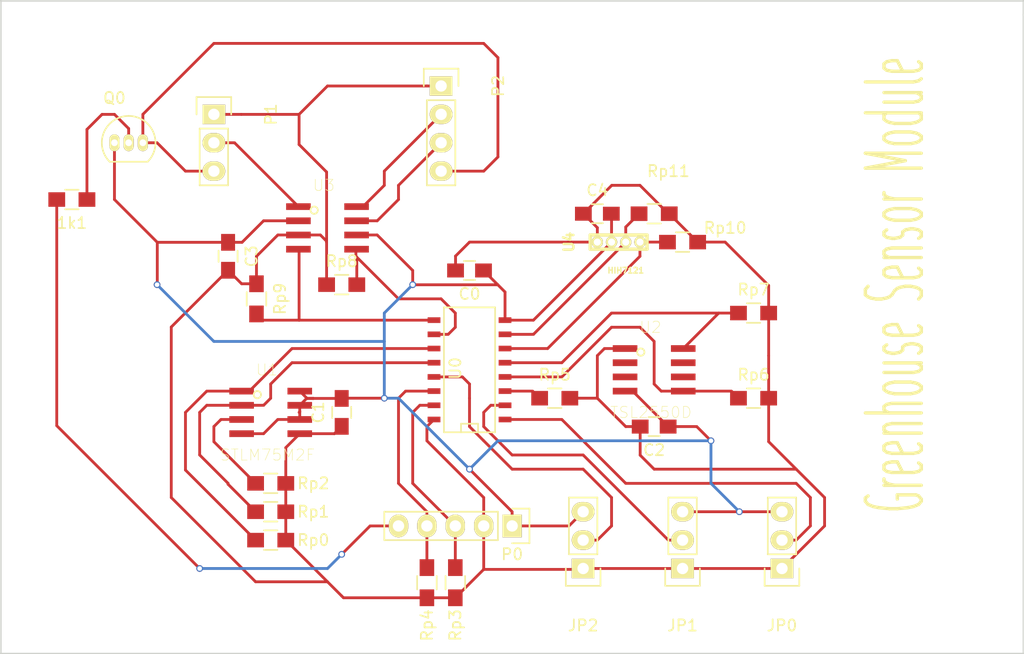
<source format=kicad_pcb>
(kicad_pcb (version 4) (host pcbnew 4.0.1-stable)

  (general
    (links 77)
    (no_connects 0)
    (area 140.894999 77.394999 232.485001 135.965001)
    (thickness 1.6)
    (drawings 6)
    (tracks 273)
    (zones 0)
    (modules 30)
    (nets 28)
  )

  (page A4)
  (layers
    (0 F.Cu signal)
    (31 B.Cu signal)
    (32 B.Adhes user)
    (33 F.Adhes user)
    (34 B.Paste user)
    (35 F.Paste user)
    (36 B.SilkS user)
    (37 F.SilkS user)
    (38 B.Mask user)
    (39 F.Mask user)
    (40 Dwgs.User user)
    (41 Cmts.User user)
    (42 Eco1.User user)
    (43 Eco2.User user)
    (44 Edge.Cuts user)
    (45 Margin user)
    (46 B.CrtYd user)
    (47 F.CrtYd user)
    (48 B.Fab user)
    (49 F.Fab user)
  )

  (setup
    (last_trace_width 0.25)
    (trace_clearance 0.2)
    (zone_clearance 0.508)
    (zone_45_only no)
    (trace_min 0.2)
    (segment_width 0.2)
    (edge_width 0.15)
    (via_size 0.6)
    (via_drill 0.4)
    (via_min_size 0.4)
    (via_min_drill 0.3)
    (uvia_size 0.3)
    (uvia_drill 0.1)
    (uvias_allowed no)
    (uvia_min_size 0.2)
    (uvia_min_drill 0.1)
    (pcb_text_width 0.3)
    (pcb_text_size 1.5 1.5)
    (mod_edge_width 0.15)
    (mod_text_size 1 1)
    (mod_text_width 0.15)
    (pad_size 1.524 1.524)
    (pad_drill 0.762)
    (pad_to_mask_clearance 0.2)
    (aux_axis_origin 0 0)
    (visible_elements FFFFFF7F)
    (pcbplotparams
      (layerselection 0x00030_80000001)
      (usegerberextensions false)
      (excludeedgelayer true)
      (linewidth 0.100000)
      (plotframeref false)
      (viasonmask false)
      (mode 1)
      (useauxorigin false)
      (hpglpennumber 1)
      (hpglpenspeed 20)
      (hpglpendiameter 15)
      (hpglpenoverlay 2)
      (psnegative false)
      (psa4output false)
      (plotreference true)
      (plotvalue true)
      (plotinvisibletext false)
      (padsonsilk false)
      (subtractmaskfromsilk false)
      (outputformat 1)
      (mirror false)
      (drillshape 1)
      (scaleselection 1)
      (outputdirectory ""))
  )

  (net 0 "")
  (net 1 "Net-(1k1-Pad1)")
  (net 2 /GPIO_TOG)
  (net 3 /GND)
  (net 4 /VDD)
  (net 5 "Net-(JP0-Pad2)")
  (net 6 "Net-(JP1-Pad2)")
  (net 7 "Net-(JP2-Pad2)")
  (net 8 "Net-(P0-Pad3)")
  (net 9 "Net-(P0-Pad4)")
  (net 10 "Net-(P1-Pad2)")
  (net 11 /GND_sensor)
  (net 12 "Net-(P2-Pad2)")
  (net 13 "Net-(P2-Pad3)")
  (net 14 "Net-(Rp0-Pad1)")
  (net 15 "Net-(Rp1-Pad1)")
  (net 16 "Net-(Rp2-Pad1)")
  (net 17 "Net-(Rp5-Pad1)")
  (net 18 "Net-(Rp6-Pad1)")
  (net 19 "Net-(Rp7-Pad1)")
  (net 20 "Net-(Rp8-Pad2)")
  (net 21 "Net-(Rp9-Pad2)")
  (net 22 "Net-(Rp10-Pad1)")
  (net 23 "Net-(Rp11-Pad2)")
  (net 24 "Net-(U2-Pad2)")
  (net 25 "Net-(U2-Pad3)")
  (net 26 "Net-(U2-Pad6)")
  (net 27 "Net-(U2-Pad7)")

  (net_class Default "This is the default net class."
    (clearance 0.2)
    (trace_width 0.25)
    (via_dia 0.6)
    (via_drill 0.4)
    (uvia_dia 0.3)
    (uvia_drill 0.1)
    (add_net /GPIO_TOG)
    (add_net "Net-(1k1-Pad1)")
    (add_net "Net-(JP0-Pad2)")
    (add_net "Net-(JP1-Pad2)")
    (add_net "Net-(JP2-Pad2)")
    (add_net "Net-(P0-Pad3)")
    (add_net "Net-(P0-Pad4)")
    (add_net "Net-(P1-Pad2)")
    (add_net "Net-(P2-Pad2)")
    (add_net "Net-(P2-Pad3)")
    (add_net "Net-(Rp0-Pad1)")
    (add_net "Net-(Rp1-Pad1)")
    (add_net "Net-(Rp10-Pad1)")
    (add_net "Net-(Rp11-Pad2)")
    (add_net "Net-(Rp2-Pad1)")
    (add_net "Net-(Rp5-Pad1)")
    (add_net "Net-(Rp6-Pad1)")
    (add_net "Net-(Rp7-Pad1)")
    (add_net "Net-(Rp8-Pad2)")
    (add_net "Net-(Rp9-Pad2)")
    (add_net "Net-(U2-Pad2)")
    (add_net "Net-(U2-Pad3)")
    (add_net "Net-(U2-Pad6)")
    (add_net "Net-(U2-Pad7)")
  )

  (net_class Power ""
    (clearance 0.2)
    (trace_width 0.35)
    (via_dia 0.6)
    (via_drill 0.4)
    (uvia_dia 0.3)
    (uvia_drill 0.1)
    (add_net /GND)
    (add_net /GND_sensor)
    (add_net /VDD)
  )

  (module SMD_Packages:SO-16-N placed (layer F.Cu) (tedit 0) (tstamp 56B500AD)
    (at 182.88 110.49 90)
    (descr "Module CMS SOJ 16 pins large")
    (tags "CMS SOJ")
    (path /56B41D82)
    (attr smd)
    (fp_text reference U0 (at 0.127 -1.27 90) (layer F.SilkS)
      (effects (font (size 1 1) (thickness 0.15)))
    )
    (fp_text value TCA9546a (at 0 1.27 90) (layer F.Fab)
      (effects (font (size 1 1) (thickness 0.15)))
    )
    (fp_line (start -5.588 -0.762) (end -4.826 -0.762) (layer F.SilkS) (width 0.15))
    (fp_line (start -4.826 -0.762) (end -4.826 0.762) (layer F.SilkS) (width 0.15))
    (fp_line (start -4.826 0.762) (end -5.588 0.762) (layer F.SilkS) (width 0.15))
    (fp_line (start 5.588 -2.286) (end 5.588 2.286) (layer F.SilkS) (width 0.15))
    (fp_line (start 5.588 2.286) (end -5.588 2.286) (layer F.SilkS) (width 0.15))
    (fp_line (start -5.588 2.286) (end -5.588 -2.286) (layer F.SilkS) (width 0.15))
    (fp_line (start -5.588 -2.286) (end 5.588 -2.286) (layer F.SilkS) (width 0.15))
    (pad 16 smd rect (at -4.445 -3.175 90) (size 0.508 1.143) (layers F.Cu F.Paste F.Mask)
      (net 4 /VDD))
    (pad 14 smd rect (at -1.905 -3.175 90) (size 0.508 1.143) (layers F.Cu F.Paste F.Mask)
      (net 9 "Net-(P0-Pad4)"))
    (pad 13 smd rect (at -0.635 -3.175 90) (size 0.508 1.143) (layers F.Cu F.Paste F.Mask)
      (net 7 "Net-(JP2-Pad2)"))
    (pad 12 smd rect (at 0.635 -3.175 90) (size 0.508 1.143) (layers F.Cu F.Paste F.Mask)
      (net 16 "Net-(Rp2-Pad1)"))
    (pad 11 smd rect (at 1.905 -3.175 90) (size 0.508 1.143) (layers F.Cu F.Paste F.Mask)
      (net 14 "Net-(Rp0-Pad1)"))
    (pad 10 smd rect (at 3.175 -3.175 90) (size 0.508 1.143) (layers F.Cu F.Paste F.Mask)
      (net 20 "Net-(Rp8-Pad2)"))
    (pad 9 smd rect (at 4.445 -3.175 90) (size 0.508 1.143) (layers F.Cu F.Paste F.Mask)
      (net 21 "Net-(Rp9-Pad2)"))
    (pad 8 smd rect (at 4.445 3.175 90) (size 0.508 1.143) (layers F.Cu F.Paste F.Mask)
      (net 3 /GND))
    (pad 7 smd rect (at 3.175 3.175 90) (size 0.508 1.143) (layers F.Cu F.Paste F.Mask)
      (net 23 "Net-(Rp11-Pad2)"))
    (pad 6 smd rect (at 1.905 3.175 90) (size 0.508 1.143) (layers F.Cu F.Paste F.Mask)
      (net 22 "Net-(Rp10-Pad1)"))
    (pad 5 smd rect (at 0.635 3.175 90) (size 0.508 1.143) (layers F.Cu F.Paste F.Mask)
      (net 19 "Net-(Rp7-Pad1)"))
    (pad 4 smd rect (at -0.635 3.175 90) (size 0.508 1.143) (layers F.Cu F.Paste F.Mask)
      (net 18 "Net-(Rp6-Pad1)"))
    (pad 3 smd rect (at -1.905 3.175 90) (size 0.508 1.143) (layers F.Cu F.Paste F.Mask)
      (net 17 "Net-(Rp5-Pad1)"))
    (pad 2 smd rect (at -3.175 3.175 90) (size 0.508 1.143) (layers F.Cu F.Paste F.Mask)
      (net 6 "Net-(JP1-Pad2)"))
    (pad 1 smd rect (at -4.445 3.175 90) (size 0.508 1.143) (layers F.Cu F.Paste F.Mask)
      (net 5 "Net-(JP0-Pad2)"))
    (pad 15 smd rect (at -3.175 -3.175 90) (size 0.508 1.143) (layers F.Cu F.Paste F.Mask)
      (net 8 "Net-(P0-Pad3)"))
    (model SMD_Packages.3dshapes/SO-16-N.wrl
      (at (xyz 0 0 0))
      (scale (xyz 0.5 0.4 0.5))
      (rotate (xyz 0 0 0))
    )
  )

  (module SOIC-8:SOIC-8 placed (layer F.Cu) (tedit 0) (tstamp 56B500B9)
    (at 165.1 114.3)
    (path /56B41F31)
    (solder_mask_margin 0.1)
    (attr smd)
    (fp_text reference U1 (at -0.3302 -3.81) (layer F.SilkS)
      (effects (font (size 1 1) (thickness 0.05)))
    )
    (fp_text value STLM75M2F (at -0.2794 3.81) (layer F.SilkS)
      (effects (font (size 1 1) (thickness 0.05)))
    )
    (fp_line (start 1.9812 -2.4892) (end -1.9812 -2.4892) (layer Dwgs.User) (width 0.1524))
    (fp_line (start 1.9812 2.4892) (end 1.9812 -2.4892) (layer Dwgs.User) (width 0.1524))
    (fp_line (start -1.9812 2.4892) (end 1.9812 2.4892) (layer Dwgs.User) (width 0.1524))
    (fp_line (start -1.9812 -2.4892) (end -1.9812 2.4892) (layer Dwgs.User) (width 0.1524))
    (fp_arc (start -1.1938 -1.5875) (end -1.27 -1.27) (angle -180) (layer F.SilkS) (width 0.1524))
    (fp_arc (start -1.1938 -1.5875) (end -1.1176 -1.905) (angle -180) (layer F.SilkS) (width 0.1524))
    (pad 1 smd rect (at -2.6 -1.905) (size 2.2 0.6) (layers F.Cu F.Paste F.Mask)
      (net 14 "Net-(Rp0-Pad1)") (solder_mask_margin 0.2))
    (pad 2 smd rect (at -2.6 -0.635) (size 2.2 0.6) (layers F.Cu F.Paste F.Mask)
      (net 16 "Net-(Rp2-Pad1)") (solder_mask_margin 0.2))
    (pad 3 smd rect (at -2.6 0.635) (size 2.2 0.6) (layers F.Cu F.Paste F.Mask)
      (net 15 "Net-(Rp1-Pad1)") (solder_mask_margin 0.2))
    (pad 4 smd rect (at -2.6 1.905) (size 2.2 0.6) (layers F.Cu F.Paste F.Mask)
      (net 3 /GND) (solder_mask_margin 0.2))
    (pad 5 smd rect (at 2.6 1.905) (size 2.2 0.6) (layers F.Cu F.Paste F.Mask)
      (net 4 /VDD) (solder_mask_margin 0.2))
    (pad 6 smd rect (at 2.6 0.635) (size 2.2 0.6) (layers F.Cu F.Paste F.Mask)
      (net 3 /GND) (solder_mask_margin 0.2))
    (pad 7 smd rect (at 2.6 -0.635) (size 2.2 0.6) (layers F.Cu F.Paste F.Mask)
      (net 3 /GND) (solder_mask_margin 0.2))
    (pad 8 smd rect (at 2.6 -1.905) (size 2.2 0.6) (layers F.Cu F.Paste F.Mask)
      (net 3 /GND) (solder_mask_margin 0.2))
  )

  (module SOIC-8:SOIC-8 placed (layer F.Cu) (tedit 56B65AF2) (tstamp 56B500D1)
    (at 170.18 97.79)
    (path /56B4205F)
    (solder_mask_margin 0.1)
    (attr smd)
    (fp_text reference U3 (at -0.3302 -3.81) (layer F.SilkS)
      (effects (font (size 1 1) (thickness 0.05)))
    )
    (fp_text value MCP3422A0-E/SN (at -0.2794 3.81) (layer F.SilkS) hide
      (effects (font (size 1 1) (thickness 0.05)))
    )
    (fp_line (start 1.9812 -2.4892) (end -1.9812 -2.4892) (layer Dwgs.User) (width 0.1524))
    (fp_line (start 1.9812 2.4892) (end 1.9812 -2.4892) (layer Dwgs.User) (width 0.1524))
    (fp_line (start -1.9812 2.4892) (end 1.9812 2.4892) (layer Dwgs.User) (width 0.1524))
    (fp_line (start -1.9812 -2.4892) (end -1.9812 2.4892) (layer Dwgs.User) (width 0.1524))
    (fp_arc (start -1.1938 -1.5875) (end -1.27 -1.27) (angle -180) (layer F.SilkS) (width 0.1524))
    (fp_arc (start -1.1938 -1.5875) (end -1.1176 -1.905) (angle -180) (layer F.SilkS) (width 0.1524))
    (pad 1 smd rect (at -2.6 -1.905) (size 2.2 0.6) (layers F.Cu F.Paste F.Mask)
      (net 10 "Net-(P1-Pad2)") (solder_mask_margin 0.2))
    (pad 2 smd rect (at -2.6 -0.635) (size 2.2 0.6) (layers F.Cu F.Paste F.Mask)
      (net 3 /GND) (solder_mask_margin 0.2))
    (pad 3 smd rect (at -2.6 0.635) (size 2.2 0.6) (layers F.Cu F.Paste F.Mask)
      (net 4 /VDD) (solder_mask_margin 0.2))
    (pad 4 smd rect (at -2.6 1.905) (size 2.2 0.6) (layers F.Cu F.Paste F.Mask)
      (net 21 "Net-(Rp9-Pad2)") (solder_mask_margin 0.2))
    (pad 5 smd rect (at 2.6 1.905) (size 2.2 0.6) (layers F.Cu F.Paste F.Mask)
      (net 20 "Net-(Rp8-Pad2)") (solder_mask_margin 0.2))
    (pad 6 smd rect (at 2.6 0.635) (size 2.2 0.6) (layers F.Cu F.Paste F.Mask)
      (net 3 /GND) (solder_mask_margin 0.2))
    (pad 7 smd rect (at 2.6 -0.635) (size 2.2 0.6) (layers F.Cu F.Paste F.Mask)
      (net 13 "Net-(P2-Pad3)") (solder_mask_margin 0.2))
    (pad 8 smd rect (at 2.6 -1.905) (size 2.2 0.6) (layers F.Cu F.Paste F.Mask)
      (net 12 "Net-(P2-Pad2)") (solder_mask_margin 0.2))
  )

  (module Pin_Headers:Pin_Header_Straight_1x03 (layer F.Cu) (tedit 56B64886) (tstamp 56B50024)
    (at 210.82 128.27 180)
    (descr "Through hole pin header")
    (tags "pin header")
    (path /56B4718E)
    (fp_text reference JP0 (at 0 -5.1 180) (layer F.SilkS)
      (effects (font (size 1 1) (thickness 0.15)))
    )
    (fp_text value JUMPER3 (at 0 -3.1 180) (layer F.Fab) hide
      (effects (font (size 1 1) (thickness 0.15)))
    )
    (fp_line (start -1.75 -1.75) (end -1.75 6.85) (layer F.CrtYd) (width 0.05))
    (fp_line (start 1.75 -1.75) (end 1.75 6.85) (layer F.CrtYd) (width 0.05))
    (fp_line (start -1.75 -1.75) (end 1.75 -1.75) (layer F.CrtYd) (width 0.05))
    (fp_line (start -1.75 6.85) (end 1.75 6.85) (layer F.CrtYd) (width 0.05))
    (fp_line (start -1.27 1.27) (end -1.27 6.35) (layer F.SilkS) (width 0.15))
    (fp_line (start -1.27 6.35) (end 1.27 6.35) (layer F.SilkS) (width 0.15))
    (fp_line (start 1.27 6.35) (end 1.27 1.27) (layer F.SilkS) (width 0.15))
    (fp_line (start 1.55 -1.55) (end 1.55 0) (layer F.SilkS) (width 0.15))
    (fp_line (start 1.27 1.27) (end -1.27 1.27) (layer F.SilkS) (width 0.15))
    (fp_line (start -1.55 0) (end -1.55 -1.55) (layer F.SilkS) (width 0.15))
    (fp_line (start -1.55 -1.55) (end 1.55 -1.55) (layer F.SilkS) (width 0.15))
    (pad 1 thru_hole rect (at 0 0 180) (size 2.032 1.7272) (drill 1.016) (layers *.Cu *.Mask F.SilkS)
      (net 4 /VDD))
    (pad 2 thru_hole oval (at 0 2.54 180) (size 2.032 1.7272) (drill 1.016) (layers *.Cu *.Mask F.SilkS)
      (net 5 "Net-(JP0-Pad2)"))
    (pad 3 thru_hole oval (at 0 5.08 180) (size 2.032 1.7272) (drill 1.016) (layers *.Cu *.Mask F.SilkS)
      (net 3 /GND))
    (model Pin_Headers.3dshapes/Pin_Header_Straight_1x03.wrl
      (at (xyz 0 -0.1 0))
      (scale (xyz 1 1 1))
      (rotate (xyz 0 0 90))
    )
  )

  (module Resistors_SMD:R_0805_HandSoldering placed (layer F.Cu) (tedit 54189DEE) (tstamp 56B4FFFF)
    (at 147.32 95.25 180)
    (descr "Resistor SMD 0805, hand soldering")
    (tags "resistor 0805")
    (path /56B502DF)
    (attr smd)
    (fp_text reference 1k1 (at 0 -2.1 180) (layer F.SilkS)
      (effects (font (size 1 1) (thickness 0.15)))
    )
    (fp_text value Rb0 (at 0 2.1 180) (layer F.Fab)
      (effects (font (size 1 1) (thickness 0.15)))
    )
    (fp_line (start -2.4 -1) (end 2.4 -1) (layer F.CrtYd) (width 0.05))
    (fp_line (start -2.4 1) (end 2.4 1) (layer F.CrtYd) (width 0.05))
    (fp_line (start -2.4 -1) (end -2.4 1) (layer F.CrtYd) (width 0.05))
    (fp_line (start 2.4 -1) (end 2.4 1) (layer F.CrtYd) (width 0.05))
    (fp_line (start 0.6 0.875) (end -0.6 0.875) (layer F.SilkS) (width 0.15))
    (fp_line (start -0.6 -0.875) (end 0.6 -0.875) (layer F.SilkS) (width 0.15))
    (pad 1 smd rect (at -1.35 0 180) (size 1.5 1.3) (layers F.Cu F.Paste F.Mask)
      (net 1 "Net-(1k1-Pad1)"))
    (pad 2 smd rect (at 1.35 0 180) (size 1.5 1.3) (layers F.Cu F.Paste F.Mask)
      (net 2 /GPIO_TOG))
    (model Resistors_SMD.3dshapes/R_0805_HandSoldering.wrl
      (at (xyz 0 0 0))
      (scale (xyz 1 1 1))
      (rotate (xyz 0 0 0))
    )
  )

  (module Capacitors_SMD:C_0805_HandSoldering placed (layer F.Cu) (tedit 541A9B8D) (tstamp 56B50005)
    (at 182.88 101.6 180)
    (descr "Capacitor SMD 0805, hand soldering")
    (tags "capacitor 0805")
    (path /56B4D29D)
    (attr smd)
    (fp_text reference C0 (at 0 -2.1 180) (layer F.SilkS)
      (effects (font (size 1 1) (thickness 0.15)))
    )
    (fp_text value .01uF (at 0 2.1 180) (layer F.Fab)
      (effects (font (size 1 1) (thickness 0.15)))
    )
    (fp_line (start -2.3 -1) (end 2.3 -1) (layer F.CrtYd) (width 0.05))
    (fp_line (start -2.3 1) (end 2.3 1) (layer F.CrtYd) (width 0.05))
    (fp_line (start -2.3 -1) (end -2.3 1) (layer F.CrtYd) (width 0.05))
    (fp_line (start 2.3 -1) (end 2.3 1) (layer F.CrtYd) (width 0.05))
    (fp_line (start 0.5 -0.85) (end -0.5 -0.85) (layer F.SilkS) (width 0.15))
    (fp_line (start -0.5 0.85) (end 0.5 0.85) (layer F.SilkS) (width 0.15))
    (pad 1 smd rect (at -1.25 0 180) (size 1.5 1.25) (layers F.Cu F.Paste F.Mask)
      (net 3 /GND))
    (pad 2 smd rect (at 1.25 0 180) (size 1.5 1.25) (layers F.Cu F.Paste F.Mask)
      (net 4 /VDD))
    (model Capacitors_SMD.3dshapes/C_0805_HandSoldering.wrl
      (at (xyz 0 0 0))
      (scale (xyz 1 1 1))
      (rotate (xyz 0 0 0))
    )
  )

  (module Capacitors_SMD:C_0805_HandSoldering placed (layer F.Cu) (tedit 541A9B8D) (tstamp 56B5000B)
    (at 171.45 114.3 90)
    (descr "Capacitor SMD 0805, hand soldering")
    (tags "capacitor 0805")
    (path /56B4BDB8)
    (attr smd)
    (fp_text reference C1 (at 0 -2.1 90) (layer F.SilkS)
      (effects (font (size 1 1) (thickness 0.15)))
    )
    (fp_text value .01uF (at 0 2.1 90) (layer F.Fab)
      (effects (font (size 1 1) (thickness 0.15)))
    )
    (fp_line (start -2.3 -1) (end 2.3 -1) (layer F.CrtYd) (width 0.05))
    (fp_line (start -2.3 1) (end 2.3 1) (layer F.CrtYd) (width 0.05))
    (fp_line (start -2.3 -1) (end -2.3 1) (layer F.CrtYd) (width 0.05))
    (fp_line (start 2.3 -1) (end 2.3 1) (layer F.CrtYd) (width 0.05))
    (fp_line (start 0.5 -0.85) (end -0.5 -0.85) (layer F.SilkS) (width 0.15))
    (fp_line (start -0.5 0.85) (end 0.5 0.85) (layer F.SilkS) (width 0.15))
    (pad 1 smd rect (at -1.25 0 90) (size 1.5 1.25) (layers F.Cu F.Paste F.Mask)
      (net 4 /VDD))
    (pad 2 smd rect (at 1.25 0 90) (size 1.5 1.25) (layers F.Cu F.Paste F.Mask)
      (net 3 /GND))
    (model Capacitors_SMD.3dshapes/C_0805_HandSoldering.wrl
      (at (xyz 0 0 0))
      (scale (xyz 1 1 1))
      (rotate (xyz 0 0 0))
    )
  )

  (module Capacitors_SMD:C_0805_HandSoldering placed (layer F.Cu) (tedit 541A9B8D) (tstamp 56B50011)
    (at 199.39 115.57 180)
    (descr "Capacitor SMD 0805, hand soldering")
    (tags "capacitor 0805")
    (path /56B4D4D8)
    (attr smd)
    (fp_text reference C2 (at 0 -2.1 180) (layer F.SilkS)
      (effects (font (size 1 1) (thickness 0.15)))
    )
    (fp_text value .01uF (at 0 2.1 180) (layer F.Fab)
      (effects (font (size 1 1) (thickness 0.15)))
    )
    (fp_line (start -2.3 -1) (end 2.3 -1) (layer F.CrtYd) (width 0.05))
    (fp_line (start -2.3 1) (end 2.3 1) (layer F.CrtYd) (width 0.05))
    (fp_line (start -2.3 -1) (end -2.3 1) (layer F.CrtYd) (width 0.05))
    (fp_line (start 2.3 -1) (end 2.3 1) (layer F.CrtYd) (width 0.05))
    (fp_line (start 0.5 -0.85) (end -0.5 -0.85) (layer F.SilkS) (width 0.15))
    (fp_line (start -0.5 0.85) (end 0.5 0.85) (layer F.SilkS) (width 0.15))
    (pad 1 smd rect (at -1.25 0 180) (size 1.5 1.25) (layers F.Cu F.Paste F.Mask)
      (net 3 /GND))
    (pad 2 smd rect (at 1.25 0 180) (size 1.5 1.25) (layers F.Cu F.Paste F.Mask)
      (net 4 /VDD))
    (model Capacitors_SMD.3dshapes/C_0805_HandSoldering.wrl
      (at (xyz 0 0 0))
      (scale (xyz 1 1 1))
      (rotate (xyz 0 0 0))
    )
  )

  (module Capacitors_SMD:C_0805_HandSoldering placed (layer F.Cu) (tedit 541A9B8D) (tstamp 56B50017)
    (at 161.29 100.33 270)
    (descr "Capacitor SMD 0805, hand soldering")
    (tags "capacitor 0805")
    (path /56B4CA22)
    (attr smd)
    (fp_text reference C3 (at 0 -2.1 270) (layer F.SilkS)
      (effects (font (size 1 1) (thickness 0.15)))
    )
    (fp_text value .01uF (at 0 2.1 270) (layer F.Fab)
      (effects (font (size 1 1) (thickness 0.15)))
    )
    (fp_line (start -2.3 -1) (end 2.3 -1) (layer F.CrtYd) (width 0.05))
    (fp_line (start -2.3 1) (end 2.3 1) (layer F.CrtYd) (width 0.05))
    (fp_line (start -2.3 -1) (end -2.3 1) (layer F.CrtYd) (width 0.05))
    (fp_line (start 2.3 -1) (end 2.3 1) (layer F.CrtYd) (width 0.05))
    (fp_line (start 0.5 -0.85) (end -0.5 -0.85) (layer F.SilkS) (width 0.15))
    (fp_line (start -0.5 0.85) (end 0.5 0.85) (layer F.SilkS) (width 0.15))
    (pad 1 smd rect (at -1.25 0 270) (size 1.5 1.25) (layers F.Cu F.Paste F.Mask)
      (net 3 /GND))
    (pad 2 smd rect (at 1.25 0 270) (size 1.5 1.25) (layers F.Cu F.Paste F.Mask)
      (net 4 /VDD))
    (model Capacitors_SMD.3dshapes/C_0805_HandSoldering.wrl
      (at (xyz 0 0 0))
      (scale (xyz 1 1 1))
      (rotate (xyz 0 0 0))
    )
  )

  (module Capacitors_SMD:C_0805_HandSoldering placed (layer F.Cu) (tedit 56B6660E) (tstamp 56B5001D)
    (at 194.31 96.52)
    (descr "Capacitor SMD 0805, hand soldering")
    (tags "capacitor 0805")
    (path /56B4D98C)
    (attr smd)
    (fp_text reference C4 (at 0 -2.1) (layer F.SilkS)
      (effects (font (size 1 1) (thickness 0.15)))
    )
    (fp_text value .01uF (at 0 -3.81) (layer F.Fab)
      (effects (font (size 1 1) (thickness 0.15)))
    )
    (fp_line (start -2.3 -1) (end 2.3 -1) (layer F.CrtYd) (width 0.05))
    (fp_line (start -2.3 1) (end 2.3 1) (layer F.CrtYd) (width 0.05))
    (fp_line (start -2.3 -1) (end -2.3 1) (layer F.CrtYd) (width 0.05))
    (fp_line (start 2.3 -1) (end 2.3 1) (layer F.CrtYd) (width 0.05))
    (fp_line (start 0.5 -0.85) (end -0.5 -0.85) (layer F.SilkS) (width 0.15))
    (fp_line (start -0.5 0.85) (end 0.5 0.85) (layer F.SilkS) (width 0.15))
    (pad 1 smd rect (at -1.25 0) (size 1.5 1.25) (layers F.Cu F.Paste F.Mask)
      (net 4 /VDD))
    (pad 2 smd rect (at 1.25 0) (size 1.5 1.25) (layers F.Cu F.Paste F.Mask)
      (net 3 /GND))
    (model Capacitors_SMD.3dshapes/C_0805_HandSoldering.wrl
      (at (xyz 0 0 0))
      (scale (xyz 1 1 1))
      (rotate (xyz 0 0 0))
    )
  )

  (module Socket_Strips:Socket_Strip_Straight_1x05 placed (layer F.Cu) (tedit 56B65B97) (tstamp 56B5003B)
    (at 186.69 124.46 180)
    (descr "Through hole socket strip")
    (tags "socket strip")
    (path /56B64489)
    (fp_text reference P0 (at 0 -2.54 180) (layer F.SilkS)
      (effects (font (size 1 1) (thickness 0.15)))
    )
    (fp_text value CONN_01X05_pwr (at 0 -3.1 180) (layer F.Fab) hide
      (effects (font (size 1 1) (thickness 0.15)))
    )
    (fp_line (start -1.75 -1.75) (end -1.75 1.75) (layer F.CrtYd) (width 0.05))
    (fp_line (start 11.95 -1.75) (end 11.95 1.75) (layer F.CrtYd) (width 0.05))
    (fp_line (start -1.75 -1.75) (end 11.95 -1.75) (layer F.CrtYd) (width 0.05))
    (fp_line (start -1.75 1.75) (end 11.95 1.75) (layer F.CrtYd) (width 0.05))
    (fp_line (start 1.27 1.27) (end 11.43 1.27) (layer F.SilkS) (width 0.15))
    (fp_line (start 11.43 1.27) (end 11.43 -1.27) (layer F.SilkS) (width 0.15))
    (fp_line (start 11.43 -1.27) (end 1.27 -1.27) (layer F.SilkS) (width 0.15))
    (fp_line (start -1.55 1.55) (end 0 1.55) (layer F.SilkS) (width 0.15))
    (fp_line (start 1.27 1.27) (end 1.27 -1.27) (layer F.SilkS) (width 0.15))
    (fp_line (start 0 -1.55) (end -1.55 -1.55) (layer F.SilkS) (width 0.15))
    (fp_line (start -1.55 -1.55) (end -1.55 1.55) (layer F.SilkS) (width 0.15))
    (pad 1 thru_hole rect (at 0 0 180) (size 1.7272 2.032) (drill 1.016) (layers *.Cu *.Mask F.SilkS)
      (net 3 /GND))
    (pad 2 thru_hole oval (at 2.54 0 180) (size 1.7272 2.032) (drill 1.016) (layers *.Cu *.Mask F.SilkS)
      (net 4 /VDD))
    (pad 3 thru_hole oval (at 5.08 0 180) (size 1.7272 2.032) (drill 1.016) (layers *.Cu *.Mask F.SilkS)
      (net 8 "Net-(P0-Pad3)"))
    (pad 4 thru_hole oval (at 7.62 0 180) (size 1.7272 2.032) (drill 1.016) (layers *.Cu *.Mask F.SilkS)
      (net 9 "Net-(P0-Pad4)"))
    (pad 5 thru_hole oval (at 10.16 0 180) (size 1.7272 2.032) (drill 1.016) (layers *.Cu *.Mask F.SilkS)
      (net 2 /GPIO_TOG))
    (model Socket_Strips.3dshapes/Socket_Strip_Straight_1x05.wrl
      (at (xyz 0.2 0 0))
      (scale (xyz 1 1 1))
      (rotate (xyz 0 0 180))
    )
  )

  (module Socket_Strips:Socket_Strip_Straight_1x03 placed (layer F.Cu) (tedit 54E9F429) (tstamp 56B50042)
    (at 160.02 87.63 270)
    (descr "Through hole socket strip")
    (tags "socket strip")
    (path /56B4EB71)
    (fp_text reference P1 (at 0 -5.1 270) (layer F.SilkS)
      (effects (font (size 1 1) (thickness 0.15)))
    )
    (fp_text value CONN_01X03 (at 0 -3.1 270) (layer F.Fab)
      (effects (font (size 1 1) (thickness 0.15)))
    )
    (fp_line (start 0 -1.55) (end -1.55 -1.55) (layer F.SilkS) (width 0.15))
    (fp_line (start -1.55 -1.55) (end -1.55 1.55) (layer F.SilkS) (width 0.15))
    (fp_line (start -1.55 1.55) (end 0 1.55) (layer F.SilkS) (width 0.15))
    (fp_line (start -1.75 -1.75) (end -1.75 1.75) (layer F.CrtYd) (width 0.05))
    (fp_line (start 6.85 -1.75) (end 6.85 1.75) (layer F.CrtYd) (width 0.05))
    (fp_line (start -1.75 -1.75) (end 6.85 -1.75) (layer F.CrtYd) (width 0.05))
    (fp_line (start -1.75 1.75) (end 6.85 1.75) (layer F.CrtYd) (width 0.05))
    (fp_line (start 1.27 -1.27) (end 6.35 -1.27) (layer F.SilkS) (width 0.15))
    (fp_line (start 6.35 -1.27) (end 6.35 1.27) (layer F.SilkS) (width 0.15))
    (fp_line (start 6.35 1.27) (end 1.27 1.27) (layer F.SilkS) (width 0.15))
    (fp_line (start 1.27 1.27) (end 1.27 -1.27) (layer F.SilkS) (width 0.15))
    (pad 1 thru_hole rect (at 0 0 270) (size 1.7272 2.032) (drill 1.016) (layers *.Cu *.Mask F.SilkS)
      (net 4 /VDD))
    (pad 2 thru_hole oval (at 2.54 0 270) (size 1.7272 2.032) (drill 1.016) (layers *.Cu *.Mask F.SilkS)
      (net 10 "Net-(P1-Pad2)"))
    (pad 3 thru_hole oval (at 5.08 0 270) (size 1.7272 2.032) (drill 1.016) (layers *.Cu *.Mask F.SilkS)
      (net 11 /GND_sensor))
    (model Socket_Strips.3dshapes/Socket_Strip_Straight_1x03.wrl
      (at (xyz 0.1 0 0))
      (scale (xyz 1 1 1))
      (rotate (xyz 0 0 180))
    )
  )

  (module Socket_Strips:Socket_Strip_Straight_1x04 placed (layer F.Cu) (tedit 0) (tstamp 56B5004A)
    (at 180.34 85.09 270)
    (descr "Through hole socket strip")
    (tags "socket strip")
    (path /56B5D062)
    (fp_text reference P2 (at 0 -5.1 270) (layer F.SilkS)
      (effects (font (size 1 1) (thickness 0.15)))
    )
    (fp_text value CONN_01X04_ADC (at 0 -3.1 270) (layer F.Fab)
      (effects (font (size 1 1) (thickness 0.15)))
    )
    (fp_line (start -1.75 -1.75) (end -1.75 1.75) (layer F.CrtYd) (width 0.05))
    (fp_line (start 9.4 -1.75) (end 9.4 1.75) (layer F.CrtYd) (width 0.05))
    (fp_line (start -1.75 -1.75) (end 9.4 -1.75) (layer F.CrtYd) (width 0.05))
    (fp_line (start -1.75 1.75) (end 9.4 1.75) (layer F.CrtYd) (width 0.05))
    (fp_line (start 1.27 -1.27) (end 8.89 -1.27) (layer F.SilkS) (width 0.15))
    (fp_line (start 1.27 1.27) (end 8.89 1.27) (layer F.SilkS) (width 0.15))
    (fp_line (start -1.55 1.55) (end 0 1.55) (layer F.SilkS) (width 0.15))
    (fp_line (start 8.89 -1.27) (end 8.89 1.27) (layer F.SilkS) (width 0.15))
    (fp_line (start 1.27 1.27) (end 1.27 -1.27) (layer F.SilkS) (width 0.15))
    (fp_line (start 0 -1.55) (end -1.55 -1.55) (layer F.SilkS) (width 0.15))
    (fp_line (start -1.55 -1.55) (end -1.55 1.55) (layer F.SilkS) (width 0.15))
    (pad 1 thru_hole rect (at 0 0 270) (size 1.7272 2.032) (drill 1.016) (layers *.Cu *.Mask F.SilkS)
      (net 4 /VDD))
    (pad 2 thru_hole oval (at 2.54 0 270) (size 1.7272 2.032) (drill 1.016) (layers *.Cu *.Mask F.SilkS)
      (net 12 "Net-(P2-Pad2)"))
    (pad 3 thru_hole oval (at 5.08 0 270) (size 1.7272 2.032) (drill 1.016) (layers *.Cu *.Mask F.SilkS)
      (net 13 "Net-(P2-Pad3)"))
    (pad 4 thru_hole oval (at 7.62 0 270) (size 1.7272 2.032) (drill 1.016) (layers *.Cu *.Mask F.SilkS)
      (net 11 /GND_sensor))
    (model Socket_Strips.3dshapes/Socket_Strip_Straight_1x04.wrl
      (at (xyz 0.15 0 0))
      (scale (xyz 1 1 1))
      (rotate (xyz 0 0 180))
    )
  )

  (module Resistors_SMD:R_0805_HandSoldering placed (layer F.Cu) (tedit 56B65B59) (tstamp 56B50057)
    (at 165.1 125.73)
    (descr "Resistor SMD 0805, hand soldering")
    (tags "resistor 0805")
    (path /56B4B128)
    (attr smd)
    (fp_text reference Rp0 (at 3.81 0) (layer F.SilkS)
      (effects (font (size 1 1) (thickness 0.15)))
    )
    (fp_text value 2.4k (at 0 2.1) (layer F.Fab)
      (effects (font (size 1 1) (thickness 0.15)))
    )
    (fp_line (start -2.4 -1) (end 2.4 -1) (layer F.CrtYd) (width 0.05))
    (fp_line (start -2.4 1) (end 2.4 1) (layer F.CrtYd) (width 0.05))
    (fp_line (start -2.4 -1) (end -2.4 1) (layer F.CrtYd) (width 0.05))
    (fp_line (start 2.4 -1) (end 2.4 1) (layer F.CrtYd) (width 0.05))
    (fp_line (start 0.6 0.875) (end -0.6 0.875) (layer F.SilkS) (width 0.15))
    (fp_line (start -0.6 -0.875) (end 0.6 -0.875) (layer F.SilkS) (width 0.15))
    (pad 1 smd rect (at -1.35 0) (size 1.5 1.3) (layers F.Cu F.Paste F.Mask)
      (net 14 "Net-(Rp0-Pad1)"))
    (pad 2 smd rect (at 1.35 0) (size 1.5 1.3) (layers F.Cu F.Paste F.Mask)
      (net 4 /VDD))
    (model Resistors_SMD.3dshapes/R_0805_HandSoldering.wrl
      (at (xyz 0 0 0))
      (scale (xyz 1 1 1))
      (rotate (xyz 0 0 0))
    )
  )

  (module Resistors_SMD:R_0805_HandSoldering placed (layer F.Cu) (tedit 56B65B69) (tstamp 56B5005D)
    (at 165.1 120.65)
    (descr "Resistor SMD 0805, hand soldering")
    (tags "resistor 0805")
    (path /56B4B218)
    (attr smd)
    (fp_text reference Rp1 (at 3.81 2.54) (layer F.SilkS)
      (effects (font (size 1 1) (thickness 0.15)))
    )
    (fp_text value 2.4k (at 0 2.1) (layer F.Fab) hide
      (effects (font (size 1 1) (thickness 0.15)))
    )
    (fp_line (start -2.4 -1) (end 2.4 -1) (layer F.CrtYd) (width 0.05))
    (fp_line (start -2.4 1) (end 2.4 1) (layer F.CrtYd) (width 0.05))
    (fp_line (start -2.4 -1) (end -2.4 1) (layer F.CrtYd) (width 0.05))
    (fp_line (start 2.4 -1) (end 2.4 1) (layer F.CrtYd) (width 0.05))
    (fp_line (start 0.6 0.875) (end -0.6 0.875) (layer F.SilkS) (width 0.15))
    (fp_line (start -0.6 -0.875) (end 0.6 -0.875) (layer F.SilkS) (width 0.15))
    (pad 1 smd rect (at -1.35 0) (size 1.5 1.3) (layers F.Cu F.Paste F.Mask)
      (net 15 "Net-(Rp1-Pad1)"))
    (pad 2 smd rect (at 1.35 0) (size 1.5 1.3) (layers F.Cu F.Paste F.Mask)
      (net 4 /VDD))
    (model Resistors_SMD.3dshapes/R_0805_HandSoldering.wrl
      (at (xyz 0 0 0))
      (scale (xyz 1 1 1))
      (rotate (xyz 0 0 0))
    )
  )

  (module Resistors_SMD:R_0805_HandSoldering placed (layer F.Cu) (tedit 56B65B43) (tstamp 56B50063)
    (at 165.1 123.19)
    (descr "Resistor SMD 0805, hand soldering")
    (tags "resistor 0805")
    (path /56B4B26E)
    (attr smd)
    (fp_text reference Rp2 (at 3.81 -2.54) (layer F.SilkS)
      (effects (font (size 1 1) (thickness 0.15)))
    )
    (fp_text value 2.4k (at 6.35 -1.27) (layer F.Fab) hide
      (effects (font (size 1 1) (thickness 0.15)))
    )
    (fp_line (start -2.4 -1) (end 2.4 -1) (layer F.CrtYd) (width 0.05))
    (fp_line (start -2.4 1) (end 2.4 1) (layer F.CrtYd) (width 0.05))
    (fp_line (start -2.4 -1) (end -2.4 1) (layer F.CrtYd) (width 0.05))
    (fp_line (start 2.4 -1) (end 2.4 1) (layer F.CrtYd) (width 0.05))
    (fp_line (start 0.6 0.875) (end -0.6 0.875) (layer F.SilkS) (width 0.15))
    (fp_line (start -0.6 -0.875) (end 0.6 -0.875) (layer F.SilkS) (width 0.15))
    (pad 1 smd rect (at -1.35 0) (size 1.5 1.3) (layers F.Cu F.Paste F.Mask)
      (net 16 "Net-(Rp2-Pad1)"))
    (pad 2 smd rect (at 1.35 0) (size 1.5 1.3) (layers F.Cu F.Paste F.Mask)
      (net 4 /VDD))
    (model Resistors_SMD.3dshapes/R_0805_HandSoldering.wrl
      (at (xyz 0 0 0))
      (scale (xyz 1 1 1))
      (rotate (xyz 0 0 0))
    )
  )

  (module Resistors_SMD:R_0805_HandSoldering placed (layer F.Cu) (tedit 56B65B8F) (tstamp 56B50069)
    (at 181.61 129.54 270)
    (descr "Resistor SMD 0805, hand soldering")
    (tags "resistor 0805")
    (path /56B512E5)
    (attr smd)
    (fp_text reference Rp3 (at 3.81 0 270) (layer F.SilkS)
      (effects (font (size 1 1) (thickness 0.15)))
    )
    (fp_text value 2.4k (at 0 2.1 270) (layer F.Fab) hide
      (effects (font (size 1 1) (thickness 0.15)))
    )
    (fp_line (start -2.4 -1) (end 2.4 -1) (layer F.CrtYd) (width 0.05))
    (fp_line (start -2.4 1) (end 2.4 1) (layer F.CrtYd) (width 0.05))
    (fp_line (start -2.4 -1) (end -2.4 1) (layer F.CrtYd) (width 0.05))
    (fp_line (start 2.4 -1) (end 2.4 1) (layer F.CrtYd) (width 0.05))
    (fp_line (start 0.6 0.875) (end -0.6 0.875) (layer F.SilkS) (width 0.15))
    (fp_line (start -0.6 -0.875) (end 0.6 -0.875) (layer F.SilkS) (width 0.15))
    (pad 1 smd rect (at -1.35 0 270) (size 1.5 1.3) (layers F.Cu F.Paste F.Mask)
      (net 8 "Net-(P0-Pad3)"))
    (pad 2 smd rect (at 1.35 0 270) (size 1.5 1.3) (layers F.Cu F.Paste F.Mask)
      (net 4 /VDD))
    (model Resistors_SMD.3dshapes/R_0805_HandSoldering.wrl
      (at (xyz 0 0 0))
      (scale (xyz 1 1 1))
      (rotate (xyz 0 0 0))
    )
  )

  (module Resistors_SMD:R_0805_HandSoldering placed (layer F.Cu) (tedit 56B65B8A) (tstamp 56B5006F)
    (at 179.07 129.54 270)
    (descr "Resistor SMD 0805, hand soldering")
    (tags "resistor 0805")
    (path /56B513D1)
    (attr smd)
    (fp_text reference Rp4 (at 3.81 0 270) (layer F.SilkS)
      (effects (font (size 1 1) (thickness 0.15)))
    )
    (fp_text value 2.4k (at 0 2.1 270) (layer F.Fab) hide
      (effects (font (size 1 1) (thickness 0.15)))
    )
    (fp_line (start -2.4 -1) (end 2.4 -1) (layer F.CrtYd) (width 0.05))
    (fp_line (start -2.4 1) (end 2.4 1) (layer F.CrtYd) (width 0.05))
    (fp_line (start -2.4 -1) (end -2.4 1) (layer F.CrtYd) (width 0.05))
    (fp_line (start 2.4 -1) (end 2.4 1) (layer F.CrtYd) (width 0.05))
    (fp_line (start 0.6 0.875) (end -0.6 0.875) (layer F.SilkS) (width 0.15))
    (fp_line (start -0.6 -0.875) (end 0.6 -0.875) (layer F.SilkS) (width 0.15))
    (pad 1 smd rect (at -1.35 0 270) (size 1.5 1.3) (layers F.Cu F.Paste F.Mask)
      (net 9 "Net-(P0-Pad4)"))
    (pad 2 smd rect (at 1.35 0 270) (size 1.5 1.3) (layers F.Cu F.Paste F.Mask)
      (net 4 /VDD))
    (model Resistors_SMD.3dshapes/R_0805_HandSoldering.wrl
      (at (xyz 0 0 0))
      (scale (xyz 1 1 1))
      (rotate (xyz 0 0 0))
    )
  )

  (module Resistors_SMD:R_0805_HandSoldering placed (layer F.Cu) (tedit 54189DEE) (tstamp 56B50075)
    (at 190.5 113.03)
    (descr "Resistor SMD 0805, hand soldering")
    (tags "resistor 0805")
    (path /56B4A8CC)
    (attr smd)
    (fp_text reference Rp5 (at 0 -2.1) (layer F.SilkS)
      (effects (font (size 1 1) (thickness 0.15)))
    )
    (fp_text value 2.4k (at 0 2.1) (layer F.Fab)
      (effects (font (size 1 1) (thickness 0.15)))
    )
    (fp_line (start -2.4 -1) (end 2.4 -1) (layer F.CrtYd) (width 0.05))
    (fp_line (start -2.4 1) (end 2.4 1) (layer F.CrtYd) (width 0.05))
    (fp_line (start -2.4 -1) (end -2.4 1) (layer F.CrtYd) (width 0.05))
    (fp_line (start 2.4 -1) (end 2.4 1) (layer F.CrtYd) (width 0.05))
    (fp_line (start 0.6 0.875) (end -0.6 0.875) (layer F.SilkS) (width 0.15))
    (fp_line (start -0.6 -0.875) (end 0.6 -0.875) (layer F.SilkS) (width 0.15))
    (pad 1 smd rect (at -1.35 0) (size 1.5 1.3) (layers F.Cu F.Paste F.Mask)
      (net 17 "Net-(Rp5-Pad1)"))
    (pad 2 smd rect (at 1.35 0) (size 1.5 1.3) (layers F.Cu F.Paste F.Mask)
      (net 4 /VDD))
    (model Resistors_SMD.3dshapes/R_0805_HandSoldering.wrl
      (at (xyz 0 0 0))
      (scale (xyz 1 1 1))
      (rotate (xyz 0 0 0))
    )
  )

  (module Resistors_SMD:R_0805_HandSoldering placed (layer F.Cu) (tedit 54189DEE) (tstamp 56B5007B)
    (at 208.28 113.03)
    (descr "Resistor SMD 0805, hand soldering")
    (tags "resistor 0805")
    (path /56B4A880)
    (attr smd)
    (fp_text reference Rp6 (at 0 -2.1) (layer F.SilkS)
      (effects (font (size 1 1) (thickness 0.15)))
    )
    (fp_text value 2.4k (at 0 2.1) (layer F.Fab)
      (effects (font (size 1 1) (thickness 0.15)))
    )
    (fp_line (start -2.4 -1) (end 2.4 -1) (layer F.CrtYd) (width 0.05))
    (fp_line (start -2.4 1) (end 2.4 1) (layer F.CrtYd) (width 0.05))
    (fp_line (start -2.4 -1) (end -2.4 1) (layer F.CrtYd) (width 0.05))
    (fp_line (start 2.4 -1) (end 2.4 1) (layer F.CrtYd) (width 0.05))
    (fp_line (start 0.6 0.875) (end -0.6 0.875) (layer F.SilkS) (width 0.15))
    (fp_line (start -0.6 -0.875) (end 0.6 -0.875) (layer F.SilkS) (width 0.15))
    (pad 1 smd rect (at -1.35 0) (size 1.5 1.3) (layers F.Cu F.Paste F.Mask)
      (net 18 "Net-(Rp6-Pad1)"))
    (pad 2 smd rect (at 1.35 0) (size 1.5 1.3) (layers F.Cu F.Paste F.Mask)
      (net 4 /VDD))
    (model Resistors_SMD.3dshapes/R_0805_HandSoldering.wrl
      (at (xyz 0 0 0))
      (scale (xyz 1 1 1))
      (rotate (xyz 0 0 0))
    )
  )

  (module Resistors_SMD:R_0805_HandSoldering placed (layer F.Cu) (tedit 54189DEE) (tstamp 56B50081)
    (at 208.28 105.41)
    (descr "Resistor SMD 0805, hand soldering")
    (tags "resistor 0805")
    (path /56B4A821)
    (attr smd)
    (fp_text reference Rp7 (at 0 -2.1) (layer F.SilkS)
      (effects (font (size 1 1) (thickness 0.15)))
    )
    (fp_text value 2.4k (at 0 2.1) (layer F.Fab)
      (effects (font (size 1 1) (thickness 0.15)))
    )
    (fp_line (start -2.4 -1) (end 2.4 -1) (layer F.CrtYd) (width 0.05))
    (fp_line (start -2.4 1) (end 2.4 1) (layer F.CrtYd) (width 0.05))
    (fp_line (start -2.4 -1) (end -2.4 1) (layer F.CrtYd) (width 0.05))
    (fp_line (start 2.4 -1) (end 2.4 1) (layer F.CrtYd) (width 0.05))
    (fp_line (start 0.6 0.875) (end -0.6 0.875) (layer F.SilkS) (width 0.15))
    (fp_line (start -0.6 -0.875) (end 0.6 -0.875) (layer F.SilkS) (width 0.15))
    (pad 1 smd rect (at -1.35 0) (size 1.5 1.3) (layers F.Cu F.Paste F.Mask)
      (net 19 "Net-(Rp7-Pad1)"))
    (pad 2 smd rect (at 1.35 0) (size 1.5 1.3) (layers F.Cu F.Paste F.Mask)
      (net 4 /VDD))
    (model Resistors_SMD.3dshapes/R_0805_HandSoldering.wrl
      (at (xyz 0 0 0))
      (scale (xyz 1 1 1))
      (rotate (xyz 0 0 0))
    )
  )

  (module Resistors_SMD:R_0805_HandSoldering placed (layer F.Cu) (tedit 54189DEE) (tstamp 56B50087)
    (at 171.45 102.87)
    (descr "Resistor SMD 0805, hand soldering")
    (tags "resistor 0805")
    (path /56B4951E)
    (attr smd)
    (fp_text reference Rp8 (at 0 -2.1) (layer F.SilkS)
      (effects (font (size 1 1) (thickness 0.15)))
    )
    (fp_text value 2.4k (at 0 2.1) (layer F.Fab)
      (effects (font (size 1 1) (thickness 0.15)))
    )
    (fp_line (start -2.4 -1) (end 2.4 -1) (layer F.CrtYd) (width 0.05))
    (fp_line (start -2.4 1) (end 2.4 1) (layer F.CrtYd) (width 0.05))
    (fp_line (start -2.4 -1) (end -2.4 1) (layer F.CrtYd) (width 0.05))
    (fp_line (start 2.4 -1) (end 2.4 1) (layer F.CrtYd) (width 0.05))
    (fp_line (start 0.6 0.875) (end -0.6 0.875) (layer F.SilkS) (width 0.15))
    (fp_line (start -0.6 -0.875) (end 0.6 -0.875) (layer F.SilkS) (width 0.15))
    (pad 1 smd rect (at -1.35 0) (size 1.5 1.3) (layers F.Cu F.Paste F.Mask)
      (net 4 /VDD))
    (pad 2 smd rect (at 1.35 0) (size 1.5 1.3) (layers F.Cu F.Paste F.Mask)
      (net 20 "Net-(Rp8-Pad2)"))
    (model Resistors_SMD.3dshapes/R_0805_HandSoldering.wrl
      (at (xyz 0 0 0))
      (scale (xyz 1 1 1))
      (rotate (xyz 0 0 0))
    )
  )

  (module Resistors_SMD:R_0805_HandSoldering placed (layer F.Cu) (tedit 54189DEE) (tstamp 56B5008D)
    (at 163.83 104.14 270)
    (descr "Resistor SMD 0805, hand soldering")
    (tags "resistor 0805")
    (path /56B495C4)
    (attr smd)
    (fp_text reference Rp9 (at 0 -2.1 270) (layer F.SilkS)
      (effects (font (size 1 1) (thickness 0.15)))
    )
    (fp_text value 2.4k (at 0 2.1 270) (layer F.Fab)
      (effects (font (size 1 1) (thickness 0.15)))
    )
    (fp_line (start -2.4 -1) (end 2.4 -1) (layer F.CrtYd) (width 0.05))
    (fp_line (start -2.4 1) (end 2.4 1) (layer F.CrtYd) (width 0.05))
    (fp_line (start -2.4 -1) (end -2.4 1) (layer F.CrtYd) (width 0.05))
    (fp_line (start 2.4 -1) (end 2.4 1) (layer F.CrtYd) (width 0.05))
    (fp_line (start 0.6 0.875) (end -0.6 0.875) (layer F.SilkS) (width 0.15))
    (fp_line (start -0.6 -0.875) (end 0.6 -0.875) (layer F.SilkS) (width 0.15))
    (pad 1 smd rect (at -1.35 0 270) (size 1.5 1.3) (layers F.Cu F.Paste F.Mask)
      (net 4 /VDD))
    (pad 2 smd rect (at 1.35 0 270) (size 1.5 1.3) (layers F.Cu F.Paste F.Mask)
      (net 21 "Net-(Rp9-Pad2)"))
    (model Resistors_SMD.3dshapes/R_0805_HandSoldering.wrl
      (at (xyz 0 0 0))
      (scale (xyz 1 1 1))
      (rotate (xyz 0 0 0))
    )
  )

  (module Resistors_SMD:R_0805_HandSoldering placed (layer F.Cu) (tedit 56B66607) (tstamp 56B50093)
    (at 201.93 99.06)
    (descr "Resistor SMD 0805, hand soldering")
    (tags "resistor 0805")
    (path /56B49086)
    (attr smd)
    (fp_text reference Rp10 (at 3.81 -1.27) (layer F.SilkS)
      (effects (font (size 1 1) (thickness 0.15)))
    )
    (fp_text value 2.4k (at 0 2.1) (layer F.Fab)
      (effects (font (size 1 1) (thickness 0.15)))
    )
    (fp_line (start -2.4 -1) (end 2.4 -1) (layer F.CrtYd) (width 0.05))
    (fp_line (start -2.4 1) (end 2.4 1) (layer F.CrtYd) (width 0.05))
    (fp_line (start -2.4 -1) (end -2.4 1) (layer F.CrtYd) (width 0.05))
    (fp_line (start 2.4 -1) (end 2.4 1) (layer F.CrtYd) (width 0.05))
    (fp_line (start 0.6 0.875) (end -0.6 0.875) (layer F.SilkS) (width 0.15))
    (fp_line (start -0.6 -0.875) (end 0.6 -0.875) (layer F.SilkS) (width 0.15))
    (pad 1 smd rect (at -1.35 0) (size 1.5 1.3) (layers F.Cu F.Paste F.Mask)
      (net 22 "Net-(Rp10-Pad1)"))
    (pad 2 smd rect (at 1.35 0) (size 1.5 1.3) (layers F.Cu F.Paste F.Mask)
      (net 4 /VDD))
    (model Resistors_SMD.3dshapes/R_0805_HandSoldering.wrl
      (at (xyz 0 0 0))
      (scale (xyz 1 1 1))
      (rotate (xyz 0 0 0))
    )
  )

  (module Resistors_SMD:R_0805_HandSoldering placed (layer F.Cu) (tedit 56B6661E) (tstamp 56B50099)
    (at 199.39 96.52 180)
    (descr "Resistor SMD 0805, hand soldering")
    (tags "resistor 0805")
    (path /56B49107)
    (attr smd)
    (fp_text reference Rp11 (at -1.27 3.81 180) (layer F.SilkS)
      (effects (font (size 1 1) (thickness 0.15)))
    )
    (fp_text value 2.4k (at 0 2.1 180) (layer F.Fab)
      (effects (font (size 1 1) (thickness 0.15)))
    )
    (fp_line (start -2.4 -1) (end 2.4 -1) (layer F.CrtYd) (width 0.05))
    (fp_line (start -2.4 1) (end 2.4 1) (layer F.CrtYd) (width 0.05))
    (fp_line (start -2.4 -1) (end -2.4 1) (layer F.CrtYd) (width 0.05))
    (fp_line (start 2.4 -1) (end 2.4 1) (layer F.CrtYd) (width 0.05))
    (fp_line (start 0.6 0.875) (end -0.6 0.875) (layer F.SilkS) (width 0.15))
    (fp_line (start -0.6 -0.875) (end 0.6 -0.875) (layer F.SilkS) (width 0.15))
    (pad 1 smd rect (at -1.35 0 180) (size 1.5 1.3) (layers F.Cu F.Paste F.Mask)
      (net 4 /VDD))
    (pad 2 smd rect (at 1.35 0 180) (size 1.5 1.3) (layers F.Cu F.Paste F.Mask)
      (net 23 "Net-(Rp11-Pad2)"))
    (model Resistors_SMD.3dshapes/R_0805_HandSoldering.wrl
      (at (xyz 0 0 0))
      (scale (xyz 1 1 1))
      (rotate (xyz 0 0 0))
    )
  )

  (module SOIC-8:SOIC-8 placed (layer F.Cu) (tedit 0) (tstamp 56B500C5)
    (at 199.39 110.49)
    (path /56B420AE)
    (solder_mask_margin 0.1)
    (attr smd)
    (fp_text reference U2 (at -0.3302 -3.81) (layer F.SilkS)
      (effects (font (size 1 1) (thickness 0.05)))
    )
    (fp_text value TSL2550D (at -0.2794 3.81) (layer F.SilkS)
      (effects (font (size 1 1) (thickness 0.05)))
    )
    (fp_line (start 1.9812 -2.4892) (end -1.9812 -2.4892) (layer Dwgs.User) (width 0.1524))
    (fp_line (start 1.9812 2.4892) (end 1.9812 -2.4892) (layer Dwgs.User) (width 0.1524))
    (fp_line (start -1.9812 2.4892) (end 1.9812 2.4892) (layer Dwgs.User) (width 0.1524))
    (fp_line (start -1.9812 -2.4892) (end -1.9812 2.4892) (layer Dwgs.User) (width 0.1524))
    (fp_arc (start -1.1938 -1.5875) (end -1.27 -1.27) (angle -180) (layer F.SilkS) (width 0.1524))
    (fp_arc (start -1.1938 -1.5875) (end -1.1176 -1.905) (angle -180) (layer F.SilkS) (width 0.1524))
    (pad 1 smd rect (at -2.6 -1.905) (size 2.2 0.6) (layers F.Cu F.Paste F.Mask)
      (net 4 /VDD) (solder_mask_margin 0.2))
    (pad 2 smd rect (at -2.6 -0.635) (size 2.2 0.6) (layers F.Cu F.Paste F.Mask)
      (net 24 "Net-(U2-Pad2)") (solder_mask_margin 0.2))
    (pad 3 smd rect (at -2.6 0.635) (size 2.2 0.6) (layers F.Cu F.Paste F.Mask)
      (net 25 "Net-(U2-Pad3)") (solder_mask_margin 0.2))
    (pad 4 smd rect (at -2.6 1.905) (size 2.2 0.6) (layers F.Cu F.Paste F.Mask)
      (net 3 /GND) (solder_mask_margin 0.2))
    (pad 5 smd rect (at 2.6 1.905) (size 2.2 0.6) (layers F.Cu F.Paste F.Mask)
      (net 18 "Net-(Rp6-Pad1)") (solder_mask_margin 0.2))
    (pad 6 smd rect (at 2.6 0.635) (size 2.2 0.6) (layers F.Cu F.Paste F.Mask)
      (net 26 "Net-(U2-Pad6)") (solder_mask_margin 0.2))
    (pad 7 smd rect (at 2.6 -0.635) (size 2.2 0.6) (layers F.Cu F.Paste F.Mask)
      (net 27 "Net-(U2-Pad7)") (solder_mask_margin 0.2))
    (pad 8 smd rect (at 2.6 -1.905) (size 2.2 0.6) (layers F.Cu F.Paste F.Mask)
      (net 19 "Net-(Rp7-Pad1)") (solder_mask_margin 0.2))
  )

  (module SIP4_50mil:SIP4_50mil placed (layer F.Cu) (tedit 56B66626) (tstamp 56B500D9)
    (at 194.31 99.06)
    (descr "For HIHxxxx through holes")
    (path /56B422A7)
    (fp_text reference U4 (at -2.54 0 270) (layer F.SilkS)
      (effects (font (size 0.889 0.889) (thickness 0.3048)))
    )
    (fp_text value HIH7121 (at 2.54 2.54) (layer F.SilkS)
      (effects (font (size 0.508 0.508) (thickness 0.3048)))
    )
    (fp_line (start -0.635 0.635) (end 4.445 0.635) (layer F.SilkS) (width 0.3048))
    (fp_line (start 4.445 0.635) (end 4.445 -0.635) (layer F.SilkS) (width 0.3048))
    (fp_line (start 4.445 -0.635) (end -0.635 -0.635) (layer F.SilkS) (width 0.3048))
    (fp_line (start -0.635 -0.635) (end -0.635 0.635) (layer F.SilkS) (width 0.3048))
    (pad 1 thru_hole circle (at 0 0) (size 1.016 1.016) (drill 0.635) (layers *.Cu *.Mask F.SilkS)
      (net 4 /VDD))
    (pad 2 thru_hole circle (at 1.27 0) (size 1.016 1.016) (drill 0.635) (layers *.Cu *.Mask F.SilkS)
      (net 3 /GND))
    (pad 3 thru_hole circle (at 2.54 0) (size 1.016 1.016) (drill 0.635) (layers *.Cu *.Mask F.SilkS)
      (net 23 "Net-(Rp11-Pad2)"))
    (pad 4 thru_hole circle (at 3.81 0) (size 1.016 1.016) (drill 0.635) (layers *.Cu *.Mask F.SilkS)
      (net 22 "Net-(Rp10-Pad1)"))
  )

  (module Pin_Headers:Pin_Header_Straight_1x03 (layer F.Cu) (tedit 56B64899) (tstamp 56B50032)
    (at 193.04 128.27 180)
    (descr "Through hole pin header")
    (tags "pin header")
    (path /56B46C1C)
    (fp_text reference JP2 (at 0 -5.1 180) (layer F.SilkS)
      (effects (font (size 1 1) (thickness 0.15)))
    )
    (fp_text value JUMPER3 (at 0 -3.1 180) (layer F.Fab) hide
      (effects (font (size 1 1) (thickness 0.15)))
    )
    (fp_line (start -1.75 -1.75) (end -1.75 6.85) (layer F.CrtYd) (width 0.05))
    (fp_line (start 1.75 -1.75) (end 1.75 6.85) (layer F.CrtYd) (width 0.05))
    (fp_line (start -1.75 -1.75) (end 1.75 -1.75) (layer F.CrtYd) (width 0.05))
    (fp_line (start -1.75 6.85) (end 1.75 6.85) (layer F.CrtYd) (width 0.05))
    (fp_line (start -1.27 1.27) (end -1.27 6.35) (layer F.SilkS) (width 0.15))
    (fp_line (start -1.27 6.35) (end 1.27 6.35) (layer F.SilkS) (width 0.15))
    (fp_line (start 1.27 6.35) (end 1.27 1.27) (layer F.SilkS) (width 0.15))
    (fp_line (start 1.55 -1.55) (end 1.55 0) (layer F.SilkS) (width 0.15))
    (fp_line (start 1.27 1.27) (end -1.27 1.27) (layer F.SilkS) (width 0.15))
    (fp_line (start -1.55 0) (end -1.55 -1.55) (layer F.SilkS) (width 0.15))
    (fp_line (start -1.55 -1.55) (end 1.55 -1.55) (layer F.SilkS) (width 0.15))
    (pad 1 thru_hole rect (at 0 0 180) (size 2.032 1.7272) (drill 1.016) (layers *.Cu *.Mask F.SilkS)
      (net 4 /VDD))
    (pad 2 thru_hole oval (at 0 2.54 180) (size 2.032 1.7272) (drill 1.016) (layers *.Cu *.Mask F.SilkS)
      (net 7 "Net-(JP2-Pad2)"))
    (pad 3 thru_hole oval (at 0 5.08 180) (size 2.032 1.7272) (drill 1.016) (layers *.Cu *.Mask F.SilkS)
      (net 3 /GND))
    (model Pin_Headers.3dshapes/Pin_Header_Straight_1x03.wrl
      (at (xyz 0 -0.1 0))
      (scale (xyz 1 1 1))
      (rotate (xyz 0 0 90))
    )
  )

  (module Pin_Headers:Pin_Header_Straight_1x03 (layer F.Cu) (tedit 56B6488E) (tstamp 56B5002B)
    (at 201.93 128.27 180)
    (descr "Through hole pin header")
    (tags "pin header")
    (path /56B471D0)
    (fp_text reference JP1 (at 0 -5.1 180) (layer F.SilkS)
      (effects (font (size 1 1) (thickness 0.15)))
    )
    (fp_text value JUMPER3 (at 0 -3.1 180) (layer F.Fab) hide
      (effects (font (size 1 1) (thickness 0.15)))
    )
    (fp_line (start -1.75 -1.75) (end -1.75 6.85) (layer F.CrtYd) (width 0.05))
    (fp_line (start 1.75 -1.75) (end 1.75 6.85) (layer F.CrtYd) (width 0.05))
    (fp_line (start -1.75 -1.75) (end 1.75 -1.75) (layer F.CrtYd) (width 0.05))
    (fp_line (start -1.75 6.85) (end 1.75 6.85) (layer F.CrtYd) (width 0.05))
    (fp_line (start -1.27 1.27) (end -1.27 6.35) (layer F.SilkS) (width 0.15))
    (fp_line (start -1.27 6.35) (end 1.27 6.35) (layer F.SilkS) (width 0.15))
    (fp_line (start 1.27 6.35) (end 1.27 1.27) (layer F.SilkS) (width 0.15))
    (fp_line (start 1.55 -1.55) (end 1.55 0) (layer F.SilkS) (width 0.15))
    (fp_line (start 1.27 1.27) (end -1.27 1.27) (layer F.SilkS) (width 0.15))
    (fp_line (start -1.55 0) (end -1.55 -1.55) (layer F.SilkS) (width 0.15))
    (fp_line (start -1.55 -1.55) (end 1.55 -1.55) (layer F.SilkS) (width 0.15))
    (pad 1 thru_hole rect (at 0 0 180) (size 2.032 1.7272) (drill 1.016) (layers *.Cu *.Mask F.SilkS)
      (net 4 /VDD))
    (pad 2 thru_hole oval (at 0 2.54 180) (size 2.032 1.7272) (drill 1.016) (layers *.Cu *.Mask F.SilkS)
      (net 6 "Net-(JP1-Pad2)"))
    (pad 3 thru_hole oval (at 0 5.08 180) (size 2.032 1.7272) (drill 1.016) (layers *.Cu *.Mask F.SilkS)
      (net 3 /GND))
    (model Pin_Headers.3dshapes/Pin_Header_Straight_1x03.wrl
      (at (xyz 0 -0.1 0))
      (scale (xyz 1 1 1))
      (rotate (xyz 0 0 90))
    )
  )

  (module TO_SOT_Packages_THT:TO-92_Inline_Narrow_Oval (layer F.Cu) (tedit 54F24281) (tstamp 56B50051)
    (at 151.13 90.17)
    (descr "TO-92 leads in-line, narrow, oval pads, drill 0.6mm (see NXP sot054_po.pdf)")
    (tags "to-92 sc-43 sc-43a sot54 PA33 transistor")
    (path /56B51DB3)
    (fp_text reference Q0 (at 0 -4) (layer F.SilkS)
      (effects (font (size 1 1) (thickness 0.15)))
    )
    (fp_text value PN2222A (at 0 3) (layer F.Fab)
      (effects (font (size 1 1) (thickness 0.15)))
    )
    (fp_line (start -1.4 1.95) (end -1.4 -2.65) (layer F.CrtYd) (width 0.05))
    (fp_line (start -1.4 1.95) (end 3.95 1.95) (layer F.CrtYd) (width 0.05))
    (fp_line (start -0.43 1.7) (end 2.97 1.7) (layer F.SilkS) (width 0.15))
    (fp_arc (start 1.27 0) (end 1.27 -2.4) (angle -135) (layer F.SilkS) (width 0.15))
    (fp_arc (start 1.27 0) (end 1.27 -2.4) (angle 135) (layer F.SilkS) (width 0.15))
    (fp_line (start -1.4 -2.65) (end 3.95 -2.65) (layer F.CrtYd) (width 0.05))
    (fp_line (start 3.95 1.95) (end 3.95 -2.65) (layer F.CrtYd) (width 0.05))
    (pad 2 thru_hole oval (at 1.27 0 180) (size 0.89916 1.50114) (drill 0.6) (layers *.Cu *.Mask F.SilkS)
      (net 1 "Net-(1k1-Pad1)"))
    (pad 3 thru_hole oval (at 2.54 0 180) (size 0.89916 1.50114) (drill 0.6) (layers *.Cu *.Mask F.SilkS)
      (net 11 /GND_sensor))
    (pad 1 thru_hole oval (at 0 0 180) (size 0.89916 1.50114) (drill 0.6) (layers *.Cu *.Mask F.SilkS)
      (net 3 /GND))
    (model TO_SOT_Packages_THT.3dshapes/TO-92_Inline_Narrow_Oval.wrl
      (at (xyz 0.05 0 0))
      (scale (xyz 1 1 1))
      (rotate (xyz 0 0 -90))
    )
  )

  (gr_text "Greenhouse Sensor Module\n" (at 220.98 102.87 90) (layer F.SilkS)
    (effects (font (size 5 2) (thickness 0.3)))
  )
  (gr_line (start 232.41 77.47) (end 140.97 77.47) (angle 90) (layer Edge.Cuts) (width 0.15))
  (gr_line (start 232.41 78.74) (end 232.41 77.47) (angle 90) (layer Edge.Cuts) (width 0.15))
  (gr_line (start 232.41 135.89) (end 232.41 78.74) (angle 90) (layer Edge.Cuts) (width 0.15))
  (gr_line (start 140.97 135.89) (end 232.41 135.89) (angle 90) (layer Edge.Cuts) (width 0.15))
  (gr_line (start 140.97 77.47) (end 140.97 135.89) (angle 90) (layer Edge.Cuts) (width 0.15))

  (segment (start 148.67 95.25) (end 148.67 88.98) (width 0.25) (layer F.Cu) (net 1))
  (segment (start 152.4 88.9) (end 152.4 90.17) (width 0.25) (layer F.Cu) (net 1) (tstamp 56B65C88))
  (segment (start 151.13 87.63) (end 152.4 88.9) (width 0.25) (layer F.Cu) (net 1) (tstamp 56B65C87))
  (segment (start 150.02 87.63) (end 151.13 87.63) (width 0.25) (layer F.Cu) (net 1) (tstamp 56B65C86))
  (segment (start 148.67 88.98) (end 150.02 87.63) (width 0.25) (layer F.Cu) (net 1) (tstamp 56B65C85))
  (segment (start 176.53 124.46) (end 173.99 124.46) (width 0.25) (layer F.Cu) (net 2))
  (segment (start 145.97 115.49) (end 145.97 95.25) (width 0.25) (layer F.Cu) (net 2) (tstamp 56B657B4))
  (segment (start 158.75 128.27) (end 145.97 115.49) (width 0.25) (layer F.Cu) (net 2) (tstamp 56B657B3))
  (via (at 158.75 128.27) (size 0.6) (drill 0.4) (layers F.Cu B.Cu) (net 2))
  (segment (start 170.18 128.27) (end 158.75 128.27) (width 0.25) (layer B.Cu) (net 2) (tstamp 56B657B0))
  (segment (start 171.45 127) (end 170.18 128.27) (width 0.25) (layer B.Cu) (net 2) (tstamp 56B657AF))
  (via (at 171.45 127) (size 0.6) (drill 0.4) (layers F.Cu B.Cu) (net 2))
  (segment (start 173.99 124.46) (end 171.45 127) (width 0.25) (layer F.Cu) (net 2) (tstamp 56B657AC))
  (segment (start 204.47 116.84) (end 185.42 116.84) (width 0.25) (layer B.Cu) (net 3))
  (segment (start 185.42 116.84) (end 182.88 119.38) (width 0.25) (layer B.Cu) (net 3) (tstamp 56B659C2))
  (segment (start 175.26 107.95) (end 160.02 107.95) (width 0.25) (layer B.Cu) (net 3))
  (segment (start 154.96 102.85) (end 154.96 99.08) (width 0.25) (layer F.Cu) (net 3) (tstamp 56B659A0))
  (segment (start 154.94 102.87) (end 154.96 102.85) (width 0.25) (layer F.Cu) (net 3) (tstamp 56B6599F))
  (via (at 154.94 102.87) (size 0.6) (drill 0.4) (layers F.Cu B.Cu) (net 3))
  (segment (start 160.02 107.95) (end 154.94 102.87) (width 0.25) (layer B.Cu) (net 3) (tstamp 56B6599A))
  (segment (start 185.41 102.88) (end 177.81 102.88) (width 0.25) (layer F.Cu) (net 3))
  (segment (start 177.81 102.88) (end 177.8 102.87) (width 0.25) (layer F.Cu) (net 3) (tstamp 56B658E6))
  (segment (start 186.055 106.045) (end 186.055 103.525) (width 0.25) (layer F.Cu) (net 3))
  (segment (start 186.055 103.525) (end 185.41 102.88) (width 0.25) (layer F.Cu) (net 3) (tstamp 56B658DE))
  (segment (start 185.41 102.88) (end 184.13 101.6) (width 0.25) (layer F.Cu) (net 3) (tstamp 56B658E4))
  (segment (start 186.055 106.045) (end 188.595 106.045) (width 0.25) (layer F.Cu) (net 3))
  (segment (start 188.595 106.045) (end 195.58 99.06) (width 0.25) (layer F.Cu) (net 3) (tstamp 56B658CF))
  (segment (start 195.58 99.06) (end 195.58 96.54) (width 0.25) (layer F.Cu) (net 3))
  (segment (start 195.58 96.54) (end 195.56 96.52) (width 0.25) (layer F.Cu) (net 3) (tstamp 56B65895))
  (segment (start 184.13 101.6) (end 184.13 101.62) (width 0.25) (layer F.Cu) (net 3))
  (segment (start 175.26 113.03) (end 176.53 113.03) (width 0.25) (layer B.Cu) (net 3))
  (segment (start 176.53 113.03) (end 182.88 119.38) (width 0.25) (layer B.Cu) (net 3) (tstamp 56B65628))
  (segment (start 186.69 123.19) (end 186.69 124.46) (width 0.25) (layer F.Cu) (net 3) (tstamp 56B65632))
  (via (at 182.88 119.38) (size 0.6) (drill 0.4) (layers F.Cu B.Cu) (net 3))
  (segment (start 182.88 119.38) (end 186.69 123.19) (width 0.25) (layer F.Cu) (net 3) (tstamp 56B65631))
  (segment (start 151.13 90.17) (end 151.13 95.25) (width 0.25) (layer F.Cu) (net 3))
  (segment (start 151.13 95.25) (end 154.96 99.08) (width 0.25) (layer F.Cu) (net 3) (tstamp 56B654F4))
  (segment (start 154.96 99.08) (end 161.29 99.08) (width 0.25) (layer F.Cu) (net 3) (tstamp 56B654F6))
  (segment (start 177.8 102.87) (end 177.8 101.6) (width 0.25) (layer F.Cu) (net 3))
  (segment (start 177.8 101.6) (end 174.625 98.425) (width 0.25) (layer F.Cu) (net 3) (tstamp 56B654C5))
  (segment (start 174.625 98.425) (end 172.78 98.425) (width 0.25) (layer F.Cu) (net 3) (tstamp 56B654C7))
  (segment (start 161.29 99.08) (end 162.54 99.08) (width 0.25) (layer F.Cu) (net 3))
  (segment (start 164.465 97.155) (end 167.58 97.155) (width 0.25) (layer F.Cu) (net 3) (tstamp 56B654BE))
  (segment (start 162.54 99.08) (end 164.465 97.155) (width 0.25) (layer F.Cu) (net 3) (tstamp 56B654BD))
  (via (at 175.26 113.03) (size 0.6) (drill 0.4) (layers F.Cu B.Cu) (net 3))
  (segment (start 175.26 105.41) (end 175.26 107.95) (width 0.25) (layer B.Cu) (net 3) (tstamp 56B64FCC))
  (segment (start 175.26 107.95) (end 175.26 113.03) (width 0.25) (layer B.Cu) (net 3) (tstamp 56B65998))
  (via (at 177.8 102.87) (size 0.6) (drill 0.4) (layers F.Cu B.Cu) (net 3))
  (segment (start 175.26 105.41) (end 177.8 102.87) (width 0.25) (layer B.Cu) (net 3) (tstamp 56B64FCD))
  (segment (start 175.26 113.03) (end 171.47 113.03) (width 0.25) (layer F.Cu) (net 3) (tstamp 56B64FA0))
  (segment (start 171.47 113.03) (end 171.45 113.05) (width 0.25) (layer F.Cu) (net 3) (tstamp 56B64FA4))
  (segment (start 195.58 96.54) (end 195.56 96.52) (width 0.25) (layer F.Cu) (net 3) (tstamp 56B64ED6))
  (segment (start 207.01 123.19) (end 201.93 123.19) (width 0.25) (layer F.Cu) (net 3))
  (segment (start 204.47 116.84) (end 204.47 120.65) (width 0.25) (layer B.Cu) (net 3))
  (segment (start 203.2 115.57) (end 204.47 116.84) (width 0.25) (layer F.Cu) (net 3) (tstamp 56B64DB1))
  (via (at 204.47 116.84) (size 0.6) (drill 0.4) (layers F.Cu B.Cu) (net 3))
  (segment (start 200.64 115.57) (end 203.2 115.57) (width 0.25) (layer F.Cu) (net 3))
  (segment (start 207.01 123.19) (end 210.82 123.19) (width 0.25) (layer F.Cu) (net 3) (tstamp 56B64DC3))
  (via (at 207.01 123.19) (size 0.6) (drill 0.4) (layers F.Cu B.Cu) (net 3))
  (segment (start 204.47 120.65) (end 207.01 123.19) (width 0.25) (layer B.Cu) (net 3) (tstamp 56B64DBA))
  (segment (start 196.79 112.395) (end 197.465 112.395) (width 0.25) (layer F.Cu) (net 3))
  (segment (start 197.465 112.395) (end 200.64 115.57) (width 0.25) (layer F.Cu) (net 3) (tstamp 56B64DA1))
  (segment (start 167.7 114.935) (end 165.735 114.935) (width 0.25) (layer F.Cu) (net 3))
  (segment (start 164.465 116.205) (end 162.5 116.205) (width 0.25) (layer F.Cu) (net 3) (tstamp 56B64D09))
  (segment (start 165.735 114.935) (end 164.465 116.205) (width 0.25) (layer F.Cu) (net 3) (tstamp 56B64D08))
  (segment (start 167.7 114.24) (end 167.7 114.935) (width 0.25) (layer F.Cu) (net 3))
  (segment (start 167.7 113.665) (end 167.7 114.24) (width 0.25) (layer F.Cu) (net 3))
  (segment (start 167.7 114.24) (end 167.64 114.3) (width 0.25) (layer F.Cu) (net 3) (tstamp 56B64D03))
  (segment (start 168.91 113.05) (end 168.315 113.05) (width 0.25) (layer F.Cu) (net 3))
  (segment (start 168.315 113.05) (end 167.7 113.665) (width 0.25) (layer F.Cu) (net 3) (tstamp 56B64D00))
  (segment (start 171.45 113.05) (end 168.91 113.05) (width 0.25) (layer F.Cu) (net 3))
  (segment (start 168.91 113.05) (end 168.355 113.05) (width 0.25) (layer F.Cu) (net 3) (tstamp 56B64CFE))
  (segment (start 168.355 113.05) (end 167.7 112.395) (width 0.25) (layer F.Cu) (net 3) (tstamp 56B64CFB))
  (segment (start 186.69 124.46) (end 191.77 124.46) (width 0.25) (layer F.Cu) (net 3))
  (segment (start 191.77 124.46) (end 193.04 123.19) (width 0.25) (layer F.Cu) (net 3) (tstamp 56B64B02))
  (segment (start 170.18 129.46) (end 163.75 129.46) (width 0.25) (layer F.Cu) (net 4))
  (segment (start 156.21 106.66) (end 161.29 101.58) (width 0.25) (layer F.Cu) (net 4) (tstamp 56B65C96))
  (segment (start 156.21 121.92) (end 156.21 106.66) (width 0.25) (layer F.Cu) (net 4) (tstamp 56B65C94))
  (segment (start 163.75 129.46) (end 156.21 121.92) (width 0.25) (layer F.Cu) (net 4) (tstamp 56B65C92))
  (segment (start 181.63 101.6) (end 181.63 100.31) (width 0.25) (layer F.Cu) (net 4))
  (segment (start 182.88 99.06) (end 194.31 99.06) (width 0.25) (layer F.Cu) (net 4) (tstamp 56B658D4))
  (segment (start 181.63 100.31) (end 182.88 99.06) (width 0.25) (layer F.Cu) (net 4) (tstamp 56B658D3))
  (segment (start 200.74 96.52) (end 200.66 96.52) (width 0.25) (layer F.Cu) (net 4))
  (segment (start 200.66 96.52) (end 198.12 93.98) (width 0.25) (layer F.Cu) (net 4) (tstamp 56B658BC))
  (segment (start 195.6 93.98) (end 193.06 96.52) (width 0.25) (layer F.Cu) (net 4) (tstamp 56B658BF))
  (segment (start 198.12 93.98) (end 195.6 93.98) (width 0.25) (layer F.Cu) (net 4) (tstamp 56B658BD))
  (segment (start 203.28 99.06) (end 200.74 96.52) (width 0.25) (layer F.Cu) (net 4))
  (segment (start 209.63 105.41) (end 209.63 102.95) (width 0.25) (layer F.Cu) (net 4))
  (segment (start 205.74 99.06) (end 203.28 99.06) (width 0.25) (layer F.Cu) (net 4) (tstamp 56B658B0))
  (segment (start 209.63 102.95) (end 205.74 99.06) (width 0.25) (layer F.Cu) (net 4) (tstamp 56B658AD))
  (segment (start 194.31 99.06) (end 194.31 97.77) (width 0.25) (layer F.Cu) (net 4))
  (segment (start 194.31 97.77) (end 193.06 96.52) (width 0.25) (layer F.Cu) (net 4) (tstamp 56B65892))
  (segment (start 179.705 114.935) (end 179.07 115.57) (width 0.25) (layer F.Cu) (net 4))
  (segment (start 184.15 121.92) (end 179.07 116.84) (width 0.25) (layer F.Cu) (net 4) (tstamp 56B65738))
  (segment (start 179.07 116.84) (end 179.07 115.57) (width 0.25) (layer F.Cu) (net 4) (tstamp 56B6573C))
  (segment (start 184.15 121.92) (end 184.15 124.46) (width 0.25) (layer F.Cu) (net 4))
  (segment (start 181.63 101.6) (end 181.63 101.58) (width 0.25) (layer F.Cu) (net 4))
  (segment (start 180.34 85.09) (end 179.07 85.09) (width 0.25) (layer F.Cu) (net 4))
  (segment (start 170.1 99.06) (end 170.1 92.79) (width 0.25) (layer F.Cu) (net 4))
  (segment (start 167.64 90.33) (end 167.64 87.63) (width 0.25) (layer F.Cu) (net 4) (tstamp 56B65559))
  (segment (start 170.1 92.79) (end 167.64 90.33) (width 0.25) (layer F.Cu) (net 4) (tstamp 56B65558))
  (segment (start 167.58 98.425) (end 169.545 98.425) (width 0.25) (layer F.Cu) (net 4))
  (segment (start 170.1 98.98) (end 170.1 99.06) (width 0.25) (layer F.Cu) (net 4) (tstamp 56B6553C))
  (segment (start 170.1 99.06) (end 170.1 102.87) (width 0.25) (layer F.Cu) (net 4) (tstamp 56B65556))
  (segment (start 169.545 98.425) (end 170.1 98.98) (width 0.25) (layer F.Cu) (net 4) (tstamp 56B65539))
  (segment (start 163.83 102.79) (end 163.83 100.33) (width 0.25) (layer F.Cu) (net 4))
  (segment (start 165.735 98.425) (end 167.58 98.425) (width 0.25) (layer F.Cu) (net 4) (tstamp 56B654B9))
  (segment (start 163.83 100.33) (end 165.735 98.425) (width 0.25) (layer F.Cu) (net 4) (tstamp 56B654B7))
  (segment (start 163.83 102.79) (end 162.5 102.79) (width 0.25) (layer F.Cu) (net 4))
  (segment (start 162.5 102.79) (end 161.29 101.58) (width 0.25) (layer F.Cu) (net 4) (tstamp 56B654B4))
  (segment (start 198.14 115.57) (end 198.14 118.13) (width 0.25) (layer F.Cu) (net 4))
  (segment (start 199.39 119.38) (end 212.09 119.38) (width 0.25) (layer F.Cu) (net 4) (tstamp 56B653E9))
  (segment (start 198.14 118.13) (end 199.39 119.38) (width 0.25) (layer F.Cu) (net 4) (tstamp 56B653E8))
  (segment (start 162.48 87.63) (end 167.64 87.63) (width 0.25) (layer F.Cu) (net 4))
  (segment (start 160.02 87.63) (end 162.48 87.63) (width 0.25) (layer F.Cu) (net 4))
  (segment (start 170.18 85.09) (end 179.07 85.09) (width 0.25) (layer F.Cu) (net 4) (tstamp 56B65202))
  (segment (start 167.64 87.63) (end 170.18 85.09) (width 0.25) (layer F.Cu) (net 4) (tstamp 56B651FF))
  (segment (start 194.23 99.14) (end 194.31 99.06) (width 0.25) (layer F.Cu) (net 4) (tstamp 56B64ECD))
  (segment (start 191.85 113.03) (end 194.31 113.03) (width 0.25) (layer F.Cu) (net 4))
  (segment (start 198.14 115.57) (end 196.85 115.57) (width 0.25) (layer F.Cu) (net 4))
  (segment (start 194.945 108.585) (end 196.79 108.585) (width 0.25) (layer F.Cu) (net 4) (tstamp 56B64D9E))
  (segment (start 194.31 109.22) (end 194.945 108.585) (width 0.25) (layer F.Cu) (net 4) (tstamp 56B64D9D))
  (segment (start 194.31 113.03) (end 194.31 109.22) (width 0.25) (layer F.Cu) (net 4) (tstamp 56B64D9B))
  (segment (start 196.85 115.57) (end 194.31 113.03) (width 0.25) (layer F.Cu) (net 4) (tstamp 56B64D93))
  (segment (start 166.45 120.65) (end 166.45 117.455) (width 0.25) (layer F.Cu) (net 4))
  (segment (start 166.45 117.455) (end 167.7 116.205) (width 0.25) (layer F.Cu) (net 4) (tstamp 56B64D3F))
  (segment (start 166.45 123.19) (end 166.45 120.65) (width 0.25) (layer F.Cu) (net 4))
  (segment (start 166.45 125.73) (end 166.45 123.19) (width 0.25) (layer F.Cu) (net 4))
  (segment (start 179.07 130.89) (end 171.61 130.89) (width 0.25) (layer F.Cu) (net 4))
  (segment (start 171.61 130.89) (end 171.45 130.73) (width 0.25) (layer F.Cu) (net 4) (tstamp 56B64D37))
  (segment (start 171.45 130.73) (end 170.18 129.46) (width 0.25) (layer F.Cu) (net 4) (tstamp 56B6593A))
  (segment (start 170.18 129.46) (end 166.45 125.73) (width 0.25) (layer F.Cu) (net 4) (tstamp 56B65C90))
  (segment (start 167.7 116.205) (end 170.795 116.205) (width 0.25) (layer F.Cu) (net 4))
  (segment (start 170.795 116.205) (end 171.45 115.55) (width 0.25) (layer F.Cu) (net 4) (tstamp 56B64CEE))
  (segment (start 209.63 109.22) (end 209.63 105.41) (width 0.25) (layer F.Cu) (net 4))
  (segment (start 209.63 113.03) (end 209.63 109.22) (width 0.25) (layer F.Cu) (net 4))
  (segment (start 209.63 113.03) (end 209.63 116.92) (width 0.25) (layer F.Cu) (net 4))
  (segment (start 209.63 116.92) (end 212.09 119.38) (width 0.25) (layer F.Cu) (net 4) (tstamp 56B64CB9))
  (segment (start 214.63 124.46) (end 210.82 128.27) (width 0.25) (layer F.Cu) (net 4) (tstamp 56B64CC1))
  (segment (start 212.09 119.38) (end 214.63 121.92) (width 0.25) (layer F.Cu) (net 4) (tstamp 56B653F0))
  (segment (start 214.63 121.92) (end 214.63 124.46) (width 0.25) (layer F.Cu) (net 4) (tstamp 56B64CBF))
  (segment (start 201.93 128.27) (end 210.82 128.27) (width 0.25) (layer F.Cu) (net 4))
  (segment (start 193.04 128.27) (end 201.93 128.27) (width 0.25) (layer F.Cu) (net 4))
  (segment (start 184.15 128.35) (end 192.96 128.35) (width 0.25) (layer F.Cu) (net 4))
  (segment (start 192.96 128.35) (end 193.04 128.27) (width 0.25) (layer F.Cu) (net 4) (tstamp 56B64B9C))
  (segment (start 192.96 128.35) (end 193.04 128.27) (width 0.25) (layer F.Cu) (net 4) (tstamp 56B64B06))
  (segment (start 181.61 130.89) (end 179.07 130.89) (width 0.25) (layer F.Cu) (net 4))
  (segment (start 184.15 124.46) (end 184.15 128.27) (width 0.25) (layer F.Cu) (net 4))
  (segment (start 184.15 128.27) (end 184.15 128.35) (width 0.25) (layer F.Cu) (net 4) (tstamp 56B64747))
  (segment (start 184.15 128.35) (end 181.61 130.89) (width 0.25) (layer F.Cu) (net 4) (tstamp 56B646C0))
  (segment (start 181.53 130.81) (end 181.61 130.89) (width 0.25) (layer F.Cu) (net 4) (tstamp 56B54607))
  (segment (start 184.15 124.46) (end 184.15 124.38) (width 0.25) (layer F.Cu) (net 4))
  (segment (start 212.09 120.65) (end 196.85 120.65) (width 0.25) (layer F.Cu) (net 5))
  (segment (start 212.09 125.73) (end 213.36 124.46) (width 0.25) (layer F.Cu) (net 5) (tstamp 56B64BB6))
  (segment (start 213.36 124.46) (end 213.36 121.92) (width 0.25) (layer F.Cu) (net 5) (tstamp 56B64BB8))
  (segment (start 213.36 121.92) (end 212.09 120.65) (width 0.25) (layer F.Cu) (net 5) (tstamp 56B64BBA))
  (segment (start 210.82 125.73) (end 212.09 125.73) (width 0.25) (layer F.Cu) (net 5))
  (segment (start 191.135 114.935) (end 186.055 114.935) (width 0.25) (layer F.Cu) (net 5) (tstamp 56B64CAB))
  (segment (start 196.85 120.65) (end 191.135 114.935) (width 0.25) (layer F.Cu) (net 5) (tstamp 56B64CA6))
  (segment (start 201.93 125.73) (end 200.66 125.73) (width 0.25) (layer F.Cu) (net 6))
  (segment (start 184.785 113.665) (end 186.055 113.665) (width 0.25) (layer F.Cu) (net 6) (tstamp 56B64C9A))
  (segment (start 184.15 114.3) (end 184.785 113.665) (width 0.25) (layer F.Cu) (net 6) (tstamp 56B64C99))
  (segment (start 184.15 115.57) (end 184.15 114.3) (width 0.25) (layer F.Cu) (net 6) (tstamp 56B64C97))
  (segment (start 186.69 118.11) (end 184.15 115.57) (width 0.25) (layer F.Cu) (net 6) (tstamp 56B64C95))
  (segment (start 193.04 118.11) (end 186.69 118.11) (width 0.25) (layer F.Cu) (net 6) (tstamp 56B64C8F))
  (segment (start 200.66 125.73) (end 193.04 118.11) (width 0.25) (layer F.Cu) (net 6) (tstamp 56B64C8D))
  (segment (start 193.04 125.73) (end 194.31 125.73) (width 0.25) (layer F.Cu) (net 7))
  (segment (start 182.245 111.125) (end 179.705 111.125) (width 0.25) (layer F.Cu) (net 7) (tstamp 56B65763))
  (segment (start 182.88 111.76) (end 182.245 111.125) (width 0.25) (layer F.Cu) (net 7) (tstamp 56B65762))
  (segment (start 182.88 113.03) (end 182.88 111.76) (width 0.25) (layer F.Cu) (net 7) (tstamp 56B65761))
  (segment (start 182.88 115.57) (end 182.88 113.03) (width 0.25) (layer F.Cu) (net 7) (tstamp 56B65760))
  (segment (start 184.15 116.84) (end 182.88 115.57) (width 0.25) (layer F.Cu) (net 7) (tstamp 56B6575F))
  (segment (start 186.69 119.38) (end 184.15 116.84) (width 0.25) (layer F.Cu) (net 7) (tstamp 56B6575E))
  (segment (start 193.04 119.38) (end 186.69 119.38) (width 0.25) (layer F.Cu) (net 7) (tstamp 56B6575D))
  (segment (start 195.58 121.92) (end 193.04 119.38) (width 0.25) (layer F.Cu) (net 7) (tstamp 56B6575B))
  (segment (start 195.58 124.46) (end 195.58 121.92) (width 0.25) (layer F.Cu) (net 7) (tstamp 56B65759))
  (segment (start 194.31 125.73) (end 195.58 124.46) (width 0.25) (layer F.Cu) (net 7) (tstamp 56B65757))
  (segment (start 181.61 124.46) (end 177.8 120.65) (width 0.25) (layer F.Cu) (net 8))
  (segment (start 178.435 113.665) (end 179.705 113.665) (width 0.25) (layer F.Cu) (net 8) (tstamp 56B65735))
  (segment (start 177.8 114.3) (end 178.435 113.665) (width 0.25) (layer F.Cu) (net 8) (tstamp 56B65733))
  (segment (start 177.8 120.65) (end 177.8 114.3) (width 0.25) (layer F.Cu) (net 8) (tstamp 56B65732))
  (segment (start 181.61 124.46) (end 181.61 128.19) (width 0.25) (layer F.Cu) (net 8))
  (segment (start 181.53 128.27) (end 181.61 128.19) (width 0.25) (layer F.Cu) (net 8) (tstamp 56B5460C))
  (segment (start 179.07 124.46) (end 179.07 123.19) (width 0.25) (layer F.Cu) (net 9))
  (segment (start 177.165 112.395) (end 179.705 112.395) (width 0.25) (layer F.Cu) (net 9) (tstamp 56B6572F))
  (segment (start 176.53 113.03) (end 177.165 112.395) (width 0.25) (layer F.Cu) (net 9) (tstamp 56B6572E))
  (segment (start 176.53 120.65) (end 176.53 113.03) (width 0.25) (layer F.Cu) (net 9) (tstamp 56B6572C))
  (segment (start 179.07 123.19) (end 176.53 120.65) (width 0.25) (layer F.Cu) (net 9) (tstamp 56B65727))
  (segment (start 179.07 124.46) (end 179.07 128.19) (width 0.25) (layer F.Cu) (net 9))
  (segment (start 160.02 90.17) (end 161.865 90.17) (width 0.25) (layer F.Cu) (net 10))
  (segment (start 161.865 90.17) (end 167.58 95.885) (width 0.25) (layer F.Cu) (net 10) (tstamp 56B65224))
  (segment (start 180.34 92.71) (end 184.15 92.71) (width 0.25) (layer F.Cu) (net 11))
  (segment (start 153.67 87.63) (end 153.67 90.17) (width 0.25) (layer F.Cu) (net 11) (tstamp 56B6550A))
  (segment (start 160.02 81.28) (end 153.67 87.63) (width 0.25) (layer F.Cu) (net 11) (tstamp 56B65508))
  (segment (start 184.15 81.28) (end 160.02 81.28) (width 0.25) (layer F.Cu) (net 11) (tstamp 56B65506))
  (segment (start 185.42 82.55) (end 184.15 81.28) (width 0.25) (layer F.Cu) (net 11) (tstamp 56B65505))
  (segment (start 185.42 91.44) (end 185.42 82.55) (width 0.25) (layer F.Cu) (net 11) (tstamp 56B65503))
  (segment (start 184.15 92.71) (end 185.42 91.44) (width 0.25) (layer F.Cu) (net 11) (tstamp 56B65502))
  (segment (start 153.67 90.17) (end 154.94 90.17) (width 0.25) (layer F.Cu) (net 11))
  (segment (start 157.48 92.71) (end 160.02 92.71) (width 0.25) (layer F.Cu) (net 11) (tstamp 56B654FE))
  (segment (start 154.94 90.17) (end 157.48 92.71) (width 0.25) (layer F.Cu) (net 11) (tstamp 56B654FC))
  (segment (start 180.34 87.63) (end 179.07 88.9) (width 0.25) (layer F.Cu) (net 12))
  (segment (start 172.78 95.885) (end 173.355 95.885) (width 0.25) (layer F.Cu) (net 12))
  (segment (start 173.355 95.885) (end 175.26 93.98) (width 0.25) (layer F.Cu) (net 12) (tstamp 56B651D3))
  (segment (start 175.26 92.71) (end 179.07 88.9) (width 0.25) (layer F.Cu) (net 12) (tstamp 56B651DB))
  (segment (start 175.26 93.98) (end 175.26 92.71) (width 0.25) (layer F.Cu) (net 12) (tstamp 56B651D9))
  (segment (start 180.34 90.17) (end 179.07 91.44) (width 0.25) (layer F.Cu) (net 13))
  (segment (start 172.78 97.155) (end 174.625 97.155) (width 0.25) (layer F.Cu) (net 13))
  (segment (start 176.53 93.98) (end 179.07 91.44) (width 0.25) (layer F.Cu) (net 13) (tstamp 56B651E3))
  (segment (start 176.53 95.25) (end 176.53 93.98) (width 0.25) (layer F.Cu) (net 13) (tstamp 56B651E1))
  (segment (start 174.625 97.155) (end 176.53 95.25) (width 0.25) (layer F.Cu) (net 13) (tstamp 56B651DF))
  (segment (start 179.07 91.44) (end 180.34 90.17) (width 0.25) (layer F.Cu) (net 13) (tstamp 56B65567))
  (segment (start 162.5 112.395) (end 163.195 112.395) (width 0.25) (layer F.Cu) (net 14))
  (segment (start 163.195 112.395) (end 167.005 108.585) (width 0.25) (layer F.Cu) (net 14) (tstamp 56B64D86))
  (segment (start 167.005 108.585) (end 179.705 108.585) (width 0.25) (layer F.Cu) (net 14) (tstamp 56B64D87))
  (segment (start 162.5 112.395) (end 159.385 112.395) (width 0.25) (layer F.Cu) (net 14))
  (segment (start 157.48 119.46) (end 163.75 125.73) (width 0.25) (layer F.Cu) (net 14) (tstamp 56B64D56))
  (segment (start 157.48 114.3) (end 157.48 119.46) (width 0.25) (layer F.Cu) (net 14) (tstamp 56B64D54))
  (segment (start 159.385 112.395) (end 157.48 114.3) (width 0.25) (layer F.Cu) (net 14) (tstamp 56B64D52))
  (segment (start 162.5 114.935) (end 160.655 114.935) (width 0.25) (layer F.Cu) (net 15))
  (segment (start 160.02 116.92) (end 163.75 120.65) (width 0.25) (layer F.Cu) (net 15) (tstamp 56B64D45))
  (segment (start 160.02 115.57) (end 160.02 116.92) (width 0.25) (layer F.Cu) (net 15) (tstamp 56B64D44))
  (segment (start 160.655 114.935) (end 160.02 115.57) (width 0.25) (layer F.Cu) (net 15) (tstamp 56B64D43))
  (segment (start 162.5 113.665) (end 164.465 113.665) (width 0.25) (layer F.Cu) (net 16))
  (segment (start 167.005 109.855) (end 179.705 109.855) (width 0.25) (layer F.Cu) (net 16) (tstamp 56B64D7E))
  (segment (start 165.1 111.76) (end 167.005 109.855) (width 0.25) (layer F.Cu) (net 16) (tstamp 56B64D7C))
  (segment (start 165.1 113.03) (end 165.1 111.76) (width 0.25) (layer F.Cu) (net 16) (tstamp 56B64D7B))
  (segment (start 164.465 113.665) (end 165.1 113.03) (width 0.25) (layer F.Cu) (net 16) (tstamp 56B64D7A))
  (segment (start 162.5 113.665) (end 159.385 113.665) (width 0.25) (layer F.Cu) (net 16))
  (segment (start 161.29 120.73) (end 163.75 123.19) (width 0.25) (layer F.Cu) (net 16) (tstamp 56B64D4F))
  (segment (start 161.29 120.65) (end 161.29 120.73) (width 0.25) (layer F.Cu) (net 16) (tstamp 56B64D4D))
  (segment (start 158.75 118.11) (end 161.29 120.65) (width 0.25) (layer F.Cu) (net 16) (tstamp 56B64D4C))
  (segment (start 158.75 114.3) (end 158.75 118.11) (width 0.25) (layer F.Cu) (net 16) (tstamp 56B64D4B))
  (segment (start 159.385 113.665) (end 158.75 114.3) (width 0.25) (layer F.Cu) (net 16) (tstamp 56B64D4A))
  (segment (start 186.055 112.395) (end 188.515 112.395) (width 0.25) (layer F.Cu) (net 17))
  (segment (start 188.515 112.395) (end 189.15 113.03) (width 0.25) (layer F.Cu) (net 17) (tstamp 56B64EA7))
  (segment (start 201.99 112.395) (end 200.025 112.395) (width 0.25) (layer F.Cu) (net 18))
  (segment (start 191.135 111.125) (end 186.055 111.125) (width 0.25) (layer F.Cu) (net 18) (tstamp 56B64E7A))
  (segment (start 195.58 106.68) (end 191.135 111.125) (width 0.25) (layer F.Cu) (net 18) (tstamp 56B64E78))
  (segment (start 198.12 106.68) (end 195.58 106.68) (width 0.25) (layer F.Cu) (net 18) (tstamp 56B64E76))
  (segment (start 199.39 107.95) (end 198.12 106.68) (width 0.25) (layer F.Cu) (net 18) (tstamp 56B64E73))
  (segment (start 199.39 111.76) (end 199.39 107.95) (width 0.25) (layer F.Cu) (net 18) (tstamp 56B64E72))
  (segment (start 200.025 112.395) (end 199.39 111.76) (width 0.25) (layer F.Cu) (net 18) (tstamp 56B64E71))
  (segment (start 201.99 112.395) (end 206.295 112.395) (width 0.25) (layer F.Cu) (net 18))
  (segment (start 206.295 112.395) (end 206.93 113.03) (width 0.25) (layer F.Cu) (net 18) (tstamp 56B64E60))
  (segment (start 205.165 105.41) (end 195.58 105.41) (width 0.25) (layer F.Cu) (net 19))
  (segment (start 191.135 109.855) (end 186.055 109.855) (width 0.25) (layer F.Cu) (net 19) (tstamp 56B64E6D))
  (segment (start 195.58 105.41) (end 191.135 109.855) (width 0.25) (layer F.Cu) (net 19) (tstamp 56B64E6A))
  (segment (start 206.93 105.41) (end 205.165 105.41) (width 0.25) (layer F.Cu) (net 19))
  (segment (start 205.165 105.41) (end 201.99 108.585) (width 0.25) (layer F.Cu) (net 19) (tstamp 56B64E3E))
  (segment (start 172.8 102.87) (end 172.8 100.41) (width 0.25) (layer F.Cu) (net 20))
  (segment (start 172.8 100.41) (end 172.72 100.33) (width 0.25) (layer F.Cu) (net 20) (tstamp 56B6553F))
  (segment (start 172.72 99.755) (end 172.72 100.33) (width 0.25) (layer F.Cu) (net 20))
  (segment (start 180.975 107.315) (end 181.61 106.68) (width 0.25) (layer F.Cu) (net 20) (tstamp 56B6549D))
  (segment (start 181.61 106.68) (end 181.61 105.41) (width 0.25) (layer F.Cu) (net 20) (tstamp 56B6549E))
  (segment (start 181.61 105.41) (end 180.34 104.14) (width 0.25) (layer F.Cu) (net 20) (tstamp 56B6549F))
  (segment (start 180.34 104.14) (end 176.53 104.14) (width 0.25) (layer F.Cu) (net 20) (tstamp 56B654A1))
  (segment (start 176.53 104.14) (end 172.72 100.33) (width 0.25) (layer F.Cu) (net 20) (tstamp 56B654A3))
  (segment (start 180.975 107.315) (end 179.705 107.315) (width 0.25) (layer F.Cu) (net 20))
  (segment (start 172.72 99.755) (end 172.78 99.695) (width 0.25) (layer F.Cu) (net 20) (tstamp 56B654A7))
  (segment (start 167.64 106.045) (end 167.64 99.755) (width 0.25) (layer F.Cu) (net 21))
  (segment (start 167.64 99.755) (end 167.58 99.695) (width 0.25) (layer F.Cu) (net 21) (tstamp 56B654B1))
  (segment (start 179.705 106.045) (end 167.64 106.045) (width 0.25) (layer F.Cu) (net 21))
  (segment (start 167.64 106.045) (end 164.385 106.045) (width 0.25) (layer F.Cu) (net 21) (tstamp 56B654AF))
  (segment (start 164.385 106.045) (end 163.83 105.49) (width 0.25) (layer F.Cu) (net 21) (tstamp 56B6548D))
  (segment (start 186.055 108.585) (end 189.865 108.585) (width 0.25) (layer F.Cu) (net 22))
  (segment (start 198.12 100.33) (end 198.12 99.06) (width 0.25) (layer F.Cu) (net 22) (tstamp 56B658CA))
  (segment (start 189.865 108.585) (end 198.12 100.33) (width 0.25) (layer F.Cu) (net 22) (tstamp 56B658C8))
  (segment (start 198.12 99.06) (end 200.58 99.06) (width 0.25) (layer F.Cu) (net 22))
  (segment (start 186.055 107.315) (end 188.595 107.315) (width 0.25) (layer F.Cu) (net 23))
  (segment (start 188.595 107.315) (end 196.85 99.06) (width 0.25) (layer F.Cu) (net 23) (tstamp 56B658C3))
  (segment (start 196.85 99.06) (end 196.85 97.71) (width 0.25) (layer F.Cu) (net 23))
  (segment (start 196.85 97.71) (end 198.04 96.52) (width 0.25) (layer F.Cu) (net 23) (tstamp 56B6588F))

)

</source>
